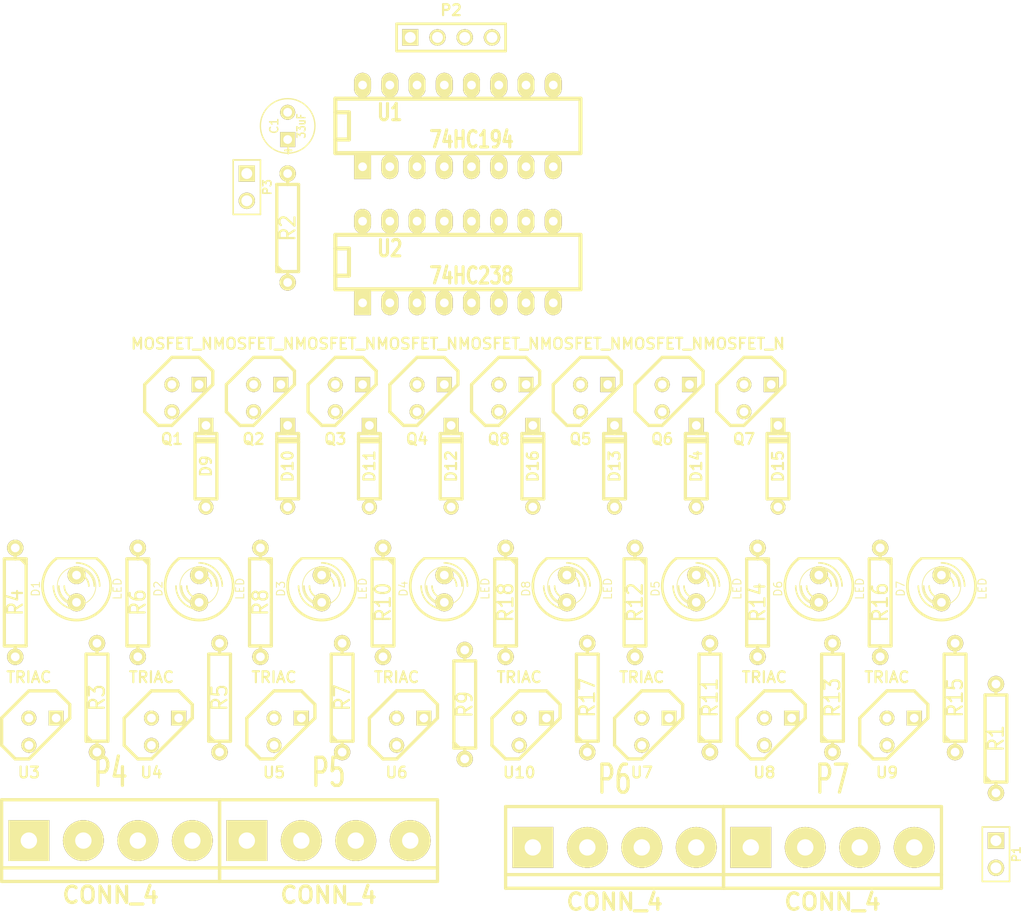
<source format=kicad_pcb>
(kicad_pcb (version 3) (host pcbnew "(2013-jul-07)-stable")

  (general
    (links 108)
    (no_connects 108)
    (area 173.352178 124.2314 269.3162 210.7184)
    (thickness 1.6)
    (drawings 0)
    (tracks 0)
    (zones 0)
    (modules 60)
    (nets 62)
  )

  (page A3)
  (layers
    (15 F.Cu signal)
    (0 B.Cu signal)
    (16 B.Adhes user)
    (17 F.Adhes user)
    (18 B.Paste user)
    (19 F.Paste user)
    (20 B.SilkS user)
    (21 F.SilkS user)
    (22 B.Mask user)
    (23 F.Mask user)
    (24 Dwgs.User user)
    (25 Cmts.User user)
    (26 Eco1.User user)
    (27 Eco2.User user)
    (28 Edge.Cuts user)
  )

  (setup
    (last_trace_width 0.254)
    (trace_clearance 0.254)
    (zone_clearance 0.508)
    (zone_45_only no)
    (trace_min 0.254)
    (segment_width 0.2)
    (edge_width 0.1)
    (via_size 0.889)
    (via_drill 0.635)
    (via_min_size 0.889)
    (via_min_drill 0.508)
    (uvia_size 0.508)
    (uvia_drill 0.127)
    (uvias_allowed no)
    (uvia_min_size 0.508)
    (uvia_min_drill 0.127)
    (pcb_text_width 0.3)
    (pcb_text_size 1.5 1.5)
    (mod_edge_width 0.15)
    (mod_text_size 1 1)
    (mod_text_width 0.15)
    (pad_size 1.5 1.5)
    (pad_drill 0.6)
    (pad_to_mask_clearance 0)
    (aux_axis_origin 0 0)
    (visible_elements FFFFFFBF)
    (pcbplotparams
      (layerselection 3178497)
      (usegerberextensions true)
      (excludeedgelayer true)
      (linewidth 0.150000)
      (plotframeref false)
      (viasonmask false)
      (mode 1)
      (useauxorigin false)
      (hpglpennumber 1)
      (hpglpenspeed 20)
      (hpglpendiameter 15)
      (hpglpenoverlay 2)
      (psnegative false)
      (psa4output false)
      (plotreference true)
      (plotvalue true)
      (plotothertext true)
      (plotinvisibletext false)
      (padsonsilk false)
      (subtractmaskfromsilk false)
      (outputformat 1)
      (mirror false)
      (drillshape 1)
      (scaleselection 1)
      (outputdirectory ""))
  )

  (net 0 "")
  (net 1 +5V)
  (net 2 /control/CE0)
  (net 3 /control/MISO)
  (net 4 /control/MOSI)
  (net 5 /control/SCLK)
  (net 6 /driver_1/CTL)
  (net 7 /driver_1/DRV_A)
  (net 8 /driver_1/DRV_B)
  (net 9 /driver_2/CTL)
  (net 10 /driver_2/DRV_B)
  (net 11 /driver_3/CTL)
  (net 12 /driver_3/DRV_B)
  (net 13 /driver_4/CTL)
  (net 14 /driver_4/DRV_B)
  (net 15 /driver_5/CTL)
  (net 16 /driver_5/DRV_B)
  (net 17 /driver_6/CTL)
  (net 18 /driver_6/DRV_B)
  (net 19 /driver_7/CTL)
  (net 20 /driver_7/DRV_B)
  (net 21 /driver_8/CTL)
  (net 22 /driver_8/DRV_B)
  (net 23 GND)
  (net 24 N-000001)
  (net 25 N-0000014)
  (net 26 N-0000031)
  (net 27 N-0000032)
  (net 28 N-0000033)
  (net 29 N-0000034)
  (net 30 N-0000035)
  (net 31 N-0000036)
  (net 32 N-0000037)
  (net 33 N-0000038)
  (net 34 N-0000039)
  (net 35 N-0000040)
  (net 36 N-0000041)
  (net 37 N-0000042)
  (net 38 N-0000043)
  (net 39 N-0000044)
  (net 40 N-0000045)
  (net 41 N-0000046)
  (net 42 N-0000047)
  (net 43 N-0000048)
  (net 44 N-0000049)
  (net 45 N-0000050)
  (net 46 N-0000051)
  (net 47 N-0000052)
  (net 48 N-0000053)
  (net 49 N-0000054)
  (net 50 N-0000055)
  (net 51 N-0000056)
  (net 52 N-0000057)
  (net 53 N-0000058)
  (net 54 N-0000059)
  (net 55 N-0000060)
  (net 56 N-0000061)
  (net 57 N-0000062)
  (net 58 N-0000063)
  (net 59 N-0000064)
  (net 60 N-0000065)
  (net 61 N-0000066)

  (net_class Default "This is the default net class."
    (clearance 0.254)
    (trace_width 0.254)
    (via_dia 0.889)
    (via_drill 0.635)
    (uvia_dia 0.508)
    (uvia_drill 0.127)
    (add_net "")
    (add_net +5V)
    (add_net /control/CE0)
    (add_net /control/MISO)
    (add_net /control/MOSI)
    (add_net /control/SCLK)
    (add_net /driver_1/CTL)
    (add_net /driver_1/DRV_A)
    (add_net /driver_1/DRV_B)
    (add_net /driver_2/CTL)
    (add_net /driver_2/DRV_B)
    (add_net /driver_3/CTL)
    (add_net /driver_3/DRV_B)
    (add_net /driver_4/CTL)
    (add_net /driver_4/DRV_B)
    (add_net /driver_5/CTL)
    (add_net /driver_5/DRV_B)
    (add_net /driver_6/CTL)
    (add_net /driver_6/DRV_B)
    (add_net /driver_7/CTL)
    (add_net /driver_7/DRV_B)
    (add_net /driver_8/CTL)
    (add_net /driver_8/DRV_B)
    (add_net GND)
    (add_net N-000001)
    (add_net N-0000014)
    (add_net N-0000031)
    (add_net N-0000032)
    (add_net N-0000033)
    (add_net N-0000034)
    (add_net N-0000035)
    (add_net N-0000036)
    (add_net N-0000037)
    (add_net N-0000038)
    (add_net N-0000039)
    (add_net N-0000040)
    (add_net N-0000041)
    (add_net N-0000042)
    (add_net N-0000043)
    (add_net N-0000044)
    (add_net N-0000045)
    (add_net N-0000046)
    (add_net N-0000047)
    (add_net N-0000048)
    (add_net N-0000049)
    (add_net N-0000050)
    (add_net N-0000051)
    (add_net N-0000052)
    (add_net N-0000053)
    (add_net N-0000054)
    (add_net N-0000055)
    (add_net N-0000056)
    (add_net N-0000057)
    (add_net N-0000058)
    (add_net N-0000059)
    (add_net N-0000060)
    (add_net N-0000061)
    (add_net N-0000062)
    (add_net N-0000063)
    (add_net N-0000064)
    (add_net N-0000065)
    (add_net N-0000066)
  )

  (module TO92DGS (layer F.Cu) (tedit 4469CFF0) (tstamp 5311C166)
    (at 221.615 161.29)
    (descr "Transistor TO92 brochage type BC237")
    (tags "TR TO92")
    (path /52C10EE7/52BF6749)
    (fp_text reference Q8 (at -1.27 3.81) (layer F.SilkS)
      (effects (font (size 1.016 1.016) (thickness 0.2032)))
    )
    (fp_text value MOSFET_N (at -1.27 -5.08) (layer F.SilkS)
      (effects (font (size 1.016 1.016) (thickness 0.2032)))
    )
    (fp_line (start -1.27 2.54) (end 2.54 -1.27) (layer F.SilkS) (width 0.3048))
    (fp_line (start 2.54 -1.27) (end 2.54 -2.54) (layer F.SilkS) (width 0.3048))
    (fp_line (start 2.54 -2.54) (end 1.27 -3.81) (layer F.SilkS) (width 0.3048))
    (fp_line (start 1.27 -3.81) (end -1.27 -3.81) (layer F.SilkS) (width 0.3048))
    (fp_line (start -1.27 -3.81) (end -3.81 -1.27) (layer F.SilkS) (width 0.3048))
    (fp_line (start -3.81 -1.27) (end -3.81 1.27) (layer F.SilkS) (width 0.3048))
    (fp_line (start -3.81 1.27) (end -2.54 2.54) (layer F.SilkS) (width 0.3048))
    (fp_line (start -2.54 2.54) (end -1.27 2.54) (layer F.SilkS) (width 0.3048))
    (pad D thru_hole rect (at 1.27 -1.27) (size 1.397 1.397) (drill 0.8128)
      (layers *.Cu *.Mask F.SilkS)
      (net 51 N-0000056)
    )
    (pad G thru_hole circle (at -1.27 -1.27) (size 1.397 1.397) (drill 0.8128)
      (layers *.Cu *.Mask F.SilkS)
      (net 15 /driver_5/CTL)
    )
    (pad S thru_hole circle (at -1.27 1.27) (size 1.397 1.397) (drill 0.8128)
      (layers *.Cu *.Mask F.SilkS)
      (net 23 GND)
    )
    (model discret/to98.wrl
      (at (xyz 0 0 0))
      (scale (xyz 1 1 1))
      (rotate (xyz 0 0 0))
    )
  )

  (module TO92DGS (layer F.Cu) (tedit 4469CFF0) (tstamp 5311C175)
    (at 244.475 161.29)
    (descr "Transistor TO92 brochage type BC237")
    (tags "TR TO92")
    (path /52C10EE8/52BF6749)
    (fp_text reference Q7 (at -1.27 3.81) (layer F.SilkS)
      (effects (font (size 1.016 1.016) (thickness 0.2032)))
    )
    (fp_text value MOSFET_N (at -1.27 -5.08) (layer F.SilkS)
      (effects (font (size 1.016 1.016) (thickness 0.2032)))
    )
    (fp_line (start -1.27 2.54) (end 2.54 -1.27) (layer F.SilkS) (width 0.3048))
    (fp_line (start 2.54 -1.27) (end 2.54 -2.54) (layer F.SilkS) (width 0.3048))
    (fp_line (start 2.54 -2.54) (end 1.27 -3.81) (layer F.SilkS) (width 0.3048))
    (fp_line (start 1.27 -3.81) (end -1.27 -3.81) (layer F.SilkS) (width 0.3048))
    (fp_line (start -1.27 -3.81) (end -3.81 -1.27) (layer F.SilkS) (width 0.3048))
    (fp_line (start -3.81 -1.27) (end -3.81 1.27) (layer F.SilkS) (width 0.3048))
    (fp_line (start -3.81 1.27) (end -2.54 2.54) (layer F.SilkS) (width 0.3048))
    (fp_line (start -2.54 2.54) (end -1.27 2.54) (layer F.SilkS) (width 0.3048))
    (pad D thru_hole rect (at 1.27 -1.27) (size 1.397 1.397) (drill 0.8128)
      (layers *.Cu *.Mask F.SilkS)
      (net 56 N-0000061)
    )
    (pad G thru_hole circle (at -1.27 -1.27) (size 1.397 1.397) (drill 0.8128)
      (layers *.Cu *.Mask F.SilkS)
      (net 21 /driver_8/CTL)
    )
    (pad S thru_hole circle (at -1.27 1.27) (size 1.397 1.397) (drill 0.8128)
      (layers *.Cu *.Mask F.SilkS)
      (net 23 GND)
    )
    (model discret/to98.wrl
      (at (xyz 0 0 0))
      (scale (xyz 1 1 1))
      (rotate (xyz 0 0 0))
    )
  )

  (module TO92DGS (layer F.Cu) (tedit 4469CFF0) (tstamp 5311C184)
    (at 236.855 161.29)
    (descr "Transistor TO92 brochage type BC237")
    (tags "TR TO92")
    (path /52C10EE9/52BF6749)
    (fp_text reference Q6 (at -1.27 3.81) (layer F.SilkS)
      (effects (font (size 1.016 1.016) (thickness 0.2032)))
    )
    (fp_text value MOSFET_N (at -1.27 -5.08) (layer F.SilkS)
      (effects (font (size 1.016 1.016) (thickness 0.2032)))
    )
    (fp_line (start -1.27 2.54) (end 2.54 -1.27) (layer F.SilkS) (width 0.3048))
    (fp_line (start 2.54 -1.27) (end 2.54 -2.54) (layer F.SilkS) (width 0.3048))
    (fp_line (start 2.54 -2.54) (end 1.27 -3.81) (layer F.SilkS) (width 0.3048))
    (fp_line (start 1.27 -3.81) (end -1.27 -3.81) (layer F.SilkS) (width 0.3048))
    (fp_line (start -1.27 -3.81) (end -3.81 -1.27) (layer F.SilkS) (width 0.3048))
    (fp_line (start -3.81 -1.27) (end -3.81 1.27) (layer F.SilkS) (width 0.3048))
    (fp_line (start -3.81 1.27) (end -2.54 2.54) (layer F.SilkS) (width 0.3048))
    (fp_line (start -2.54 2.54) (end -1.27 2.54) (layer F.SilkS) (width 0.3048))
    (pad D thru_hole rect (at 1.27 -1.27) (size 1.397 1.397) (drill 0.8128)
      (layers *.Cu *.Mask F.SilkS)
      (net 59 N-0000064)
    )
    (pad G thru_hole circle (at -1.27 -1.27) (size 1.397 1.397) (drill 0.8128)
      (layers *.Cu *.Mask F.SilkS)
      (net 19 /driver_7/CTL)
    )
    (pad S thru_hole circle (at -1.27 1.27) (size 1.397 1.397) (drill 0.8128)
      (layers *.Cu *.Mask F.SilkS)
      (net 23 GND)
    )
    (model discret/to98.wrl
      (at (xyz 0 0 0))
      (scale (xyz 1 1 1))
      (rotate (xyz 0 0 0))
    )
  )

  (module TO92DGS (layer F.Cu) (tedit 4469CFF0) (tstamp 5311C193)
    (at 229.235 161.29)
    (descr "Transistor TO92 brochage type BC237")
    (tags "TR TO92")
    (path /52BF98D7/52BF6749)
    (fp_text reference Q5 (at -1.27 3.81) (layer F.SilkS)
      (effects (font (size 1.016 1.016) (thickness 0.2032)))
    )
    (fp_text value MOSFET_N (at -1.27 -5.08) (layer F.SilkS)
      (effects (font (size 1.016 1.016) (thickness 0.2032)))
    )
    (fp_line (start -1.27 2.54) (end 2.54 -1.27) (layer F.SilkS) (width 0.3048))
    (fp_line (start 2.54 -1.27) (end 2.54 -2.54) (layer F.SilkS) (width 0.3048))
    (fp_line (start 2.54 -2.54) (end 1.27 -3.81) (layer F.SilkS) (width 0.3048))
    (fp_line (start 1.27 -3.81) (end -1.27 -3.81) (layer F.SilkS) (width 0.3048))
    (fp_line (start -1.27 -3.81) (end -3.81 -1.27) (layer F.SilkS) (width 0.3048))
    (fp_line (start -3.81 -1.27) (end -3.81 1.27) (layer F.SilkS) (width 0.3048))
    (fp_line (start -3.81 1.27) (end -2.54 2.54) (layer F.SilkS) (width 0.3048))
    (fp_line (start -2.54 2.54) (end -1.27 2.54) (layer F.SilkS) (width 0.3048))
    (pad D thru_hole rect (at 1.27 -1.27) (size 1.397 1.397) (drill 0.8128)
      (layers *.Cu *.Mask F.SilkS)
      (net 30 N-0000035)
    )
    (pad G thru_hole circle (at -1.27 -1.27) (size 1.397 1.397) (drill 0.8128)
      (layers *.Cu *.Mask F.SilkS)
      (net 17 /driver_6/CTL)
    )
    (pad S thru_hole circle (at -1.27 1.27) (size 1.397 1.397) (drill 0.8128)
      (layers *.Cu *.Mask F.SilkS)
      (net 23 GND)
    )
    (model discret/to98.wrl
      (at (xyz 0 0 0))
      (scale (xyz 1 1 1))
      (rotate (xyz 0 0 0))
    )
  )

  (module TO92DGS (layer F.Cu) (tedit 4469CFF0) (tstamp 5311C1A2)
    (at 213.995 161.29)
    (descr "Transistor TO92 brochage type BC237")
    (tags "TR TO92")
    (path /52C10EE5/52BF6749)
    (fp_text reference Q4 (at -1.27 3.81) (layer F.SilkS)
      (effects (font (size 1.016 1.016) (thickness 0.2032)))
    )
    (fp_text value MOSFET_N (at -1.27 -5.08) (layer F.SilkS)
      (effects (font (size 1.016 1.016) (thickness 0.2032)))
    )
    (fp_line (start -1.27 2.54) (end 2.54 -1.27) (layer F.SilkS) (width 0.3048))
    (fp_line (start 2.54 -1.27) (end 2.54 -2.54) (layer F.SilkS) (width 0.3048))
    (fp_line (start 2.54 -2.54) (end 1.27 -3.81) (layer F.SilkS) (width 0.3048))
    (fp_line (start 1.27 -3.81) (end -1.27 -3.81) (layer F.SilkS) (width 0.3048))
    (fp_line (start -1.27 -3.81) (end -3.81 -1.27) (layer F.SilkS) (width 0.3048))
    (fp_line (start -3.81 -1.27) (end -3.81 1.27) (layer F.SilkS) (width 0.3048))
    (fp_line (start -3.81 1.27) (end -2.54 2.54) (layer F.SilkS) (width 0.3048))
    (fp_line (start -2.54 2.54) (end -1.27 2.54) (layer F.SilkS) (width 0.3048))
    (pad D thru_hole rect (at 1.27 -1.27) (size 1.397 1.397) (drill 0.8128)
      (layers *.Cu *.Mask F.SilkS)
      (net 44 N-0000049)
    )
    (pad G thru_hole circle (at -1.27 -1.27) (size 1.397 1.397) (drill 0.8128)
      (layers *.Cu *.Mask F.SilkS)
      (net 13 /driver_4/CTL)
    )
    (pad S thru_hole circle (at -1.27 1.27) (size 1.397 1.397) (drill 0.8128)
      (layers *.Cu *.Mask F.SilkS)
      (net 23 GND)
    )
    (model discret/to98.wrl
      (at (xyz 0 0 0))
      (scale (xyz 1 1 1))
      (rotate (xyz 0 0 0))
    )
  )

  (module TO92DGS (layer F.Cu) (tedit 4469CFF0) (tstamp 5311C1B1)
    (at 206.375 161.29)
    (descr "Transistor TO92 brochage type BC237")
    (tags "TR TO92")
    (path /52C0B96C/52BF6749)
    (fp_text reference Q3 (at -1.27 3.81) (layer F.SilkS)
      (effects (font (size 1.016 1.016) (thickness 0.2032)))
    )
    (fp_text value MOSFET_N (at -1.27 -5.08) (layer F.SilkS)
      (effects (font (size 1.016 1.016) (thickness 0.2032)))
    )
    (fp_line (start -1.27 2.54) (end 2.54 -1.27) (layer F.SilkS) (width 0.3048))
    (fp_line (start 2.54 -1.27) (end 2.54 -2.54) (layer F.SilkS) (width 0.3048))
    (fp_line (start 2.54 -2.54) (end 1.27 -3.81) (layer F.SilkS) (width 0.3048))
    (fp_line (start 1.27 -3.81) (end -1.27 -3.81) (layer F.SilkS) (width 0.3048))
    (fp_line (start -1.27 -3.81) (end -3.81 -1.27) (layer F.SilkS) (width 0.3048))
    (fp_line (start -3.81 -1.27) (end -3.81 1.27) (layer F.SilkS) (width 0.3048))
    (fp_line (start -3.81 1.27) (end -2.54 2.54) (layer F.SilkS) (width 0.3048))
    (fp_line (start -2.54 2.54) (end -1.27 2.54) (layer F.SilkS) (width 0.3048))
    (pad D thru_hole rect (at 1.27 -1.27) (size 1.397 1.397) (drill 0.8128)
      (layers *.Cu *.Mask F.SilkS)
      (net 38 N-0000043)
    )
    (pad G thru_hole circle (at -1.27 -1.27) (size 1.397 1.397) (drill 0.8128)
      (layers *.Cu *.Mask F.SilkS)
      (net 11 /driver_3/CTL)
    )
    (pad S thru_hole circle (at -1.27 1.27) (size 1.397 1.397) (drill 0.8128)
      (layers *.Cu *.Mask F.SilkS)
      (net 23 GND)
    )
    (model discret/to98.wrl
      (at (xyz 0 0 0))
      (scale (xyz 1 1 1))
      (rotate (xyz 0 0 0))
    )
  )

  (module TO92DGS (layer F.Cu) (tedit 4469CFF0) (tstamp 5311C1C0)
    (at 191.135 161.29)
    (descr "Transistor TO92 brochage type BC237")
    (tags "TR TO92")
    (path /52C10EE6/52BF6749)
    (fp_text reference Q1 (at -1.27 3.81) (layer F.SilkS)
      (effects (font (size 1.016 1.016) (thickness 0.2032)))
    )
    (fp_text value MOSFET_N (at -1.27 -5.08) (layer F.SilkS)
      (effects (font (size 1.016 1.016) (thickness 0.2032)))
    )
    (fp_line (start -1.27 2.54) (end 2.54 -1.27) (layer F.SilkS) (width 0.3048))
    (fp_line (start 2.54 -1.27) (end 2.54 -2.54) (layer F.SilkS) (width 0.3048))
    (fp_line (start 2.54 -2.54) (end 1.27 -3.81) (layer F.SilkS) (width 0.3048))
    (fp_line (start 1.27 -3.81) (end -1.27 -3.81) (layer F.SilkS) (width 0.3048))
    (fp_line (start -1.27 -3.81) (end -3.81 -1.27) (layer F.SilkS) (width 0.3048))
    (fp_line (start -3.81 -1.27) (end -3.81 1.27) (layer F.SilkS) (width 0.3048))
    (fp_line (start -3.81 1.27) (end -2.54 2.54) (layer F.SilkS) (width 0.3048))
    (fp_line (start -2.54 2.54) (end -1.27 2.54) (layer F.SilkS) (width 0.3048))
    (pad D thru_hole rect (at 1.27 -1.27) (size 1.397 1.397) (drill 0.8128)
      (layers *.Cu *.Mask F.SilkS)
      (net 47 N-0000052)
    )
    (pad G thru_hole circle (at -1.27 -1.27) (size 1.397 1.397) (drill 0.8128)
      (layers *.Cu *.Mask F.SilkS)
      (net 6 /driver_1/CTL)
    )
    (pad S thru_hole circle (at -1.27 1.27) (size 1.397 1.397) (drill 0.8128)
      (layers *.Cu *.Mask F.SilkS)
      (net 23 GND)
    )
    (model discret/to98.wrl
      (at (xyz 0 0 0))
      (scale (xyz 1 1 1))
      (rotate (xyz 0 0 0))
    )
  )

  (module TO92DGS (layer F.Cu) (tedit 4469CFF0) (tstamp 5311C1CF)
    (at 198.755 161.29)
    (descr "Transistor TO92 brochage type BC237")
    (tags "TR TO92")
    (path /52C0B96B/52BF6749)
    (fp_text reference Q2 (at -1.27 3.81) (layer F.SilkS)
      (effects (font (size 1.016 1.016) (thickness 0.2032)))
    )
    (fp_text value MOSFET_N (at -1.27 -5.08) (layer F.SilkS)
      (effects (font (size 1.016 1.016) (thickness 0.2032)))
    )
    (fp_line (start -1.27 2.54) (end 2.54 -1.27) (layer F.SilkS) (width 0.3048))
    (fp_line (start 2.54 -1.27) (end 2.54 -2.54) (layer F.SilkS) (width 0.3048))
    (fp_line (start 2.54 -2.54) (end 1.27 -3.81) (layer F.SilkS) (width 0.3048))
    (fp_line (start 1.27 -3.81) (end -1.27 -3.81) (layer F.SilkS) (width 0.3048))
    (fp_line (start -1.27 -3.81) (end -3.81 -1.27) (layer F.SilkS) (width 0.3048))
    (fp_line (start -3.81 -1.27) (end -3.81 1.27) (layer F.SilkS) (width 0.3048))
    (fp_line (start -3.81 1.27) (end -2.54 2.54) (layer F.SilkS) (width 0.3048))
    (fp_line (start -2.54 2.54) (end -1.27 2.54) (layer F.SilkS) (width 0.3048))
    (pad D thru_hole rect (at 1.27 -1.27) (size 1.397 1.397) (drill 0.8128)
      (layers *.Cu *.Mask F.SilkS)
      (net 37 N-0000042)
    )
    (pad G thru_hole circle (at -1.27 -1.27) (size 1.397 1.397) (drill 0.8128)
      (layers *.Cu *.Mask F.SilkS)
      (net 9 /driver_2/CTL)
    )
    (pad S thru_hole circle (at -1.27 1.27) (size 1.397 1.397) (drill 0.8128)
      (layers *.Cu *.Mask F.SilkS)
      (net 23 GND)
    )
    (model discret/to98.wrl
      (at (xyz 0 0 0))
      (scale (xyz 1 1 1))
      (rotate (xyz 0 0 0))
    )
  )

  (module TO92-132 (layer F.Cu) (tedit 5311BFCB) (tstamp 5311C1DE)
    (at 200.66 192.405)
    (descr "Transistor TO92 brochage type BC237")
    (tags "TR TO92")
    (path /52C0B96C/52BF68B3)
    (fp_text reference U5 (at -1.27 3.81) (layer F.SilkS)
      (effects (font (size 1.016 1.016) (thickness 0.2032)))
    )
    (fp_text value TRIAC (at -1.27 -5.08) (layer F.SilkS)
      (effects (font (size 1.016 1.016) (thickness 0.2032)))
    )
    (fp_line (start -1.27 2.54) (end 2.54 -1.27) (layer F.SilkS) (width 0.3048))
    (fp_line (start 2.54 -1.27) (end 2.54 -2.54) (layer F.SilkS) (width 0.3048))
    (fp_line (start 2.54 -2.54) (end 1.27 -3.81) (layer F.SilkS) (width 0.3048))
    (fp_line (start 1.27 -3.81) (end -1.27 -3.81) (layer F.SilkS) (width 0.3048))
    (fp_line (start -1.27 -3.81) (end -3.81 -1.27) (layer F.SilkS) (width 0.3048))
    (fp_line (start -3.81 -1.27) (end -3.81 1.27) (layer F.SilkS) (width 0.3048))
    (fp_line (start -3.81 1.27) (end -2.54 2.54) (layer F.SilkS) (width 0.3048))
    (fp_line (start -2.54 2.54) (end -1.27 2.54) (layer F.SilkS) (width 0.3048))
    (pad 1 thru_hole rect (at 1.27 -1.27) (size 1.397 1.397) (drill 0.8128)
      (layers *.Cu *.Mask F.SilkS)
      (net 12 /driver_3/DRV_B)
    )
    (pad 3 thru_hole circle (at -1.27 -1.27) (size 1.397 1.397) (drill 0.8128)
      (layers *.Cu *.Mask F.SilkS)
      (net 39 N-0000044)
    )
    (pad 2 thru_hole circle (at -1.27 1.27) (size 1.397 1.397) (drill 0.8128)
      (layers *.Cu *.Mask F.SilkS)
      (net 7 /driver_1/DRV_A)
    )
    (model discret/to98.wrl
      (at (xyz 0 0 0))
      (scale (xyz 1 1 1))
      (rotate (xyz 0 0 0))
    )
  )

  (module TO92-132 (layer F.Cu) (tedit 5311BFCB) (tstamp 5311C1ED)
    (at 223.52 192.405)
    (descr "Transistor TO92 brochage type BC237")
    (tags "TR TO92")
    (path /52C10EE7/52BF68B3)
    (fp_text reference U10 (at -1.27 3.81) (layer F.SilkS)
      (effects (font (size 1.016 1.016) (thickness 0.2032)))
    )
    (fp_text value TRIAC (at -1.27 -5.08) (layer F.SilkS)
      (effects (font (size 1.016 1.016) (thickness 0.2032)))
    )
    (fp_line (start -1.27 2.54) (end 2.54 -1.27) (layer F.SilkS) (width 0.3048))
    (fp_line (start 2.54 -1.27) (end 2.54 -2.54) (layer F.SilkS) (width 0.3048))
    (fp_line (start 2.54 -2.54) (end 1.27 -3.81) (layer F.SilkS) (width 0.3048))
    (fp_line (start 1.27 -3.81) (end -1.27 -3.81) (layer F.SilkS) (width 0.3048))
    (fp_line (start -1.27 -3.81) (end -3.81 -1.27) (layer F.SilkS) (width 0.3048))
    (fp_line (start -3.81 -1.27) (end -3.81 1.27) (layer F.SilkS) (width 0.3048))
    (fp_line (start -3.81 1.27) (end -2.54 2.54) (layer F.SilkS) (width 0.3048))
    (fp_line (start -2.54 2.54) (end -1.27 2.54) (layer F.SilkS) (width 0.3048))
    (pad 1 thru_hole rect (at 1.27 -1.27) (size 1.397 1.397) (drill 0.8128)
      (layers *.Cu *.Mask F.SilkS)
      (net 16 /driver_5/DRV_B)
    )
    (pad 3 thru_hole circle (at -1.27 -1.27) (size 1.397 1.397) (drill 0.8128)
      (layers *.Cu *.Mask F.SilkS)
      (net 53 N-0000058)
    )
    (pad 2 thru_hole circle (at -1.27 1.27) (size 1.397 1.397) (drill 0.8128)
      (layers *.Cu *.Mask F.SilkS)
      (net 7 /driver_1/DRV_A)
    )
    (model discret/to98.wrl
      (at (xyz 0 0 0))
      (scale (xyz 1 1 1))
      (rotate (xyz 0 0 0))
    )
  )

  (module TO92-132 (layer F.Cu) (tedit 5311BFCB) (tstamp 5311C1FC)
    (at 257.81 192.405)
    (descr "Transistor TO92 brochage type BC237")
    (tags "TR TO92")
    (path /52C10EE8/52BF68B3)
    (fp_text reference U9 (at -1.27 3.81) (layer F.SilkS)
      (effects (font (size 1.016 1.016) (thickness 0.2032)))
    )
    (fp_text value TRIAC (at -1.27 -5.08) (layer F.SilkS)
      (effects (font (size 1.016 1.016) (thickness 0.2032)))
    )
    (fp_line (start -1.27 2.54) (end 2.54 -1.27) (layer F.SilkS) (width 0.3048))
    (fp_line (start 2.54 -1.27) (end 2.54 -2.54) (layer F.SilkS) (width 0.3048))
    (fp_line (start 2.54 -2.54) (end 1.27 -3.81) (layer F.SilkS) (width 0.3048))
    (fp_line (start 1.27 -3.81) (end -1.27 -3.81) (layer F.SilkS) (width 0.3048))
    (fp_line (start -1.27 -3.81) (end -3.81 -1.27) (layer F.SilkS) (width 0.3048))
    (fp_line (start -3.81 -1.27) (end -3.81 1.27) (layer F.SilkS) (width 0.3048))
    (fp_line (start -3.81 1.27) (end -2.54 2.54) (layer F.SilkS) (width 0.3048))
    (fp_line (start -2.54 2.54) (end -1.27 2.54) (layer F.SilkS) (width 0.3048))
    (pad 1 thru_hole rect (at 1.27 -1.27) (size 1.397 1.397) (drill 0.8128)
      (layers *.Cu *.Mask F.SilkS)
      (net 22 /driver_8/DRV_B)
    )
    (pad 3 thru_hole circle (at -1.27 -1.27) (size 1.397 1.397) (drill 0.8128)
      (layers *.Cu *.Mask F.SilkS)
      (net 54 N-0000059)
    )
    (pad 2 thru_hole circle (at -1.27 1.27) (size 1.397 1.397) (drill 0.8128)
      (layers *.Cu *.Mask F.SilkS)
      (net 7 /driver_1/DRV_A)
    )
    (model discret/to98.wrl
      (at (xyz 0 0 0))
      (scale (xyz 1 1 1))
      (rotate (xyz 0 0 0))
    )
  )

  (module TO92-132 (layer F.Cu) (tedit 5311BFCB) (tstamp 5311C20B)
    (at 246.38 192.405)
    (descr "Transistor TO92 brochage type BC237")
    (tags "TR TO92")
    (path /52C10EE9/52BF68B3)
    (fp_text reference U8 (at -1.27 3.81) (layer F.SilkS)
      (effects (font (size 1.016 1.016) (thickness 0.2032)))
    )
    (fp_text value TRIAC (at -1.27 -5.08) (layer F.SilkS)
      (effects (font (size 1.016 1.016) (thickness 0.2032)))
    )
    (fp_line (start -1.27 2.54) (end 2.54 -1.27) (layer F.SilkS) (width 0.3048))
    (fp_line (start 2.54 -1.27) (end 2.54 -2.54) (layer F.SilkS) (width 0.3048))
    (fp_line (start 2.54 -2.54) (end 1.27 -3.81) (layer F.SilkS) (width 0.3048))
    (fp_line (start 1.27 -3.81) (end -1.27 -3.81) (layer F.SilkS) (width 0.3048))
    (fp_line (start -1.27 -3.81) (end -3.81 -1.27) (layer F.SilkS) (width 0.3048))
    (fp_line (start -3.81 -1.27) (end -3.81 1.27) (layer F.SilkS) (width 0.3048))
    (fp_line (start -3.81 1.27) (end -2.54 2.54) (layer F.SilkS) (width 0.3048))
    (fp_line (start -2.54 2.54) (end -1.27 2.54) (layer F.SilkS) (width 0.3048))
    (pad 1 thru_hole rect (at 1.27 -1.27) (size 1.397 1.397) (drill 0.8128)
      (layers *.Cu *.Mask F.SilkS)
      (net 20 /driver_7/DRV_B)
    )
    (pad 3 thru_hole circle (at -1.27 -1.27) (size 1.397 1.397) (drill 0.8128)
      (layers *.Cu *.Mask F.SilkS)
      (net 61 N-0000066)
    )
    (pad 2 thru_hole circle (at -1.27 1.27) (size 1.397 1.397) (drill 0.8128)
      (layers *.Cu *.Mask F.SilkS)
      (net 7 /driver_1/DRV_A)
    )
    (model discret/to98.wrl
      (at (xyz 0 0 0))
      (scale (xyz 1 1 1))
      (rotate (xyz 0 0 0))
    )
  )

  (module TO92-132 (layer F.Cu) (tedit 5311BFCB) (tstamp 5311C21A)
    (at 234.95 192.405)
    (descr "Transistor TO92 brochage type BC237")
    (tags "TR TO92")
    (path /52BF98D7/52BF68B3)
    (fp_text reference U7 (at -1.27 3.81) (layer F.SilkS)
      (effects (font (size 1.016 1.016) (thickness 0.2032)))
    )
    (fp_text value TRIAC (at -1.27 -5.08) (layer F.SilkS)
      (effects (font (size 1.016 1.016) (thickness 0.2032)))
    )
    (fp_line (start -1.27 2.54) (end 2.54 -1.27) (layer F.SilkS) (width 0.3048))
    (fp_line (start 2.54 -1.27) (end 2.54 -2.54) (layer F.SilkS) (width 0.3048))
    (fp_line (start 2.54 -2.54) (end 1.27 -3.81) (layer F.SilkS) (width 0.3048))
    (fp_line (start 1.27 -3.81) (end -1.27 -3.81) (layer F.SilkS) (width 0.3048))
    (fp_line (start -1.27 -3.81) (end -3.81 -1.27) (layer F.SilkS) (width 0.3048))
    (fp_line (start -3.81 -1.27) (end -3.81 1.27) (layer F.SilkS) (width 0.3048))
    (fp_line (start -3.81 1.27) (end -2.54 2.54) (layer F.SilkS) (width 0.3048))
    (fp_line (start -2.54 2.54) (end -1.27 2.54) (layer F.SilkS) (width 0.3048))
    (pad 1 thru_hole rect (at 1.27 -1.27) (size 1.397 1.397) (drill 0.8128)
      (layers *.Cu *.Mask F.SilkS)
      (net 18 /driver_6/DRV_B)
    )
    (pad 3 thru_hole circle (at -1.27 -1.27) (size 1.397 1.397) (drill 0.8128)
      (layers *.Cu *.Mask F.SilkS)
      (net 33 N-0000038)
    )
    (pad 2 thru_hole circle (at -1.27 1.27) (size 1.397 1.397) (drill 0.8128)
      (layers *.Cu *.Mask F.SilkS)
      (net 7 /driver_1/DRV_A)
    )
    (model discret/to98.wrl
      (at (xyz 0 0 0))
      (scale (xyz 1 1 1))
      (rotate (xyz 0 0 0))
    )
  )

  (module TO92-132 (layer F.Cu) (tedit 5311BFCB) (tstamp 5311C229)
    (at 212.09 192.405)
    (descr "Transistor TO92 brochage type BC237")
    (tags "TR TO92")
    (path /52C10EE5/52BF68B3)
    (fp_text reference U6 (at -1.27 3.81) (layer F.SilkS)
      (effects (font (size 1.016 1.016) (thickness 0.2032)))
    )
    (fp_text value TRIAC (at -1.27 -5.08) (layer F.SilkS)
      (effects (font (size 1.016 1.016) (thickness 0.2032)))
    )
    (fp_line (start -1.27 2.54) (end 2.54 -1.27) (layer F.SilkS) (width 0.3048))
    (fp_line (start 2.54 -1.27) (end 2.54 -2.54) (layer F.SilkS) (width 0.3048))
    (fp_line (start 2.54 -2.54) (end 1.27 -3.81) (layer F.SilkS) (width 0.3048))
    (fp_line (start 1.27 -3.81) (end -1.27 -3.81) (layer F.SilkS) (width 0.3048))
    (fp_line (start -1.27 -3.81) (end -3.81 -1.27) (layer F.SilkS) (width 0.3048))
    (fp_line (start -3.81 -1.27) (end -3.81 1.27) (layer F.SilkS) (width 0.3048))
    (fp_line (start -3.81 1.27) (end -2.54 2.54) (layer F.SilkS) (width 0.3048))
    (fp_line (start -2.54 2.54) (end -1.27 2.54) (layer F.SilkS) (width 0.3048))
    (pad 1 thru_hole rect (at 1.27 -1.27) (size 1.397 1.397) (drill 0.8128)
      (layers *.Cu *.Mask F.SilkS)
      (net 14 /driver_4/DRV_B)
    )
    (pad 3 thru_hole circle (at -1.27 -1.27) (size 1.397 1.397) (drill 0.8128)
      (layers *.Cu *.Mask F.SilkS)
      (net 43 N-0000048)
    )
    (pad 2 thru_hole circle (at -1.27 1.27) (size 1.397 1.397) (drill 0.8128)
      (layers *.Cu *.Mask F.SilkS)
      (net 7 /driver_1/DRV_A)
    )
    (model discret/to98.wrl
      (at (xyz 0 0 0))
      (scale (xyz 1 1 1))
      (rotate (xyz 0 0 0))
    )
  )

  (module TO92-132 (layer F.Cu) (tedit 5311BFCB) (tstamp 5311C238)
    (at 189.23 192.405)
    (descr "Transistor TO92 brochage type BC237")
    (tags "TR TO92")
    (path /52C0B96B/52BF68B3)
    (fp_text reference U4 (at -1.27 3.81) (layer F.SilkS)
      (effects (font (size 1.016 1.016) (thickness 0.2032)))
    )
    (fp_text value TRIAC (at -1.27 -5.08) (layer F.SilkS)
      (effects (font (size 1.016 1.016) (thickness 0.2032)))
    )
    (fp_line (start -1.27 2.54) (end 2.54 -1.27) (layer F.SilkS) (width 0.3048))
    (fp_line (start 2.54 -1.27) (end 2.54 -2.54) (layer F.SilkS) (width 0.3048))
    (fp_line (start 2.54 -2.54) (end 1.27 -3.81) (layer F.SilkS) (width 0.3048))
    (fp_line (start 1.27 -3.81) (end -1.27 -3.81) (layer F.SilkS) (width 0.3048))
    (fp_line (start -1.27 -3.81) (end -3.81 -1.27) (layer F.SilkS) (width 0.3048))
    (fp_line (start -3.81 -1.27) (end -3.81 1.27) (layer F.SilkS) (width 0.3048))
    (fp_line (start -3.81 1.27) (end -2.54 2.54) (layer F.SilkS) (width 0.3048))
    (fp_line (start -2.54 2.54) (end -1.27 2.54) (layer F.SilkS) (width 0.3048))
    (pad 1 thru_hole rect (at 1.27 -1.27) (size 1.397 1.397) (drill 0.8128)
      (layers *.Cu *.Mask F.SilkS)
      (net 10 /driver_2/DRV_B)
    )
    (pad 3 thru_hole circle (at -1.27 -1.27) (size 1.397 1.397) (drill 0.8128)
      (layers *.Cu *.Mask F.SilkS)
      (net 34 N-0000039)
    )
    (pad 2 thru_hole circle (at -1.27 1.27) (size 1.397 1.397) (drill 0.8128)
      (layers *.Cu *.Mask F.SilkS)
      (net 7 /driver_1/DRV_A)
    )
    (model discret/to98.wrl
      (at (xyz 0 0 0))
      (scale (xyz 1 1 1))
      (rotate (xyz 0 0 0))
    )
  )

  (module TO92-132 (layer F.Cu) (tedit 5311BFCB) (tstamp 5311C247)
    (at 177.8 192.405)
    (descr "Transistor TO92 brochage type BC237")
    (tags "TR TO92")
    (path /52C10EE6/52BF68B3)
    (fp_text reference U3 (at -1.27 3.81) (layer F.SilkS)
      (effects (font (size 1.016 1.016) (thickness 0.2032)))
    )
    (fp_text value TRIAC (at -1.27 -5.08) (layer F.SilkS)
      (effects (font (size 1.016 1.016) (thickness 0.2032)))
    )
    (fp_line (start -1.27 2.54) (end 2.54 -1.27) (layer F.SilkS) (width 0.3048))
    (fp_line (start 2.54 -1.27) (end 2.54 -2.54) (layer F.SilkS) (width 0.3048))
    (fp_line (start 2.54 -2.54) (end 1.27 -3.81) (layer F.SilkS) (width 0.3048))
    (fp_line (start 1.27 -3.81) (end -1.27 -3.81) (layer F.SilkS) (width 0.3048))
    (fp_line (start -1.27 -3.81) (end -3.81 -1.27) (layer F.SilkS) (width 0.3048))
    (fp_line (start -3.81 -1.27) (end -3.81 1.27) (layer F.SilkS) (width 0.3048))
    (fp_line (start -3.81 1.27) (end -2.54 2.54) (layer F.SilkS) (width 0.3048))
    (fp_line (start -2.54 2.54) (end -1.27 2.54) (layer F.SilkS) (width 0.3048))
    (pad 1 thru_hole rect (at 1.27 -1.27) (size 1.397 1.397) (drill 0.8128)
      (layers *.Cu *.Mask F.SilkS)
      (net 8 /driver_1/DRV_B)
    )
    (pad 3 thru_hole circle (at -1.27 -1.27) (size 1.397 1.397) (drill 0.8128)
      (layers *.Cu *.Mask F.SilkS)
      (net 49 N-0000054)
    )
    (pad 2 thru_hole circle (at -1.27 1.27) (size 1.397 1.397) (drill 0.8128)
      (layers *.Cu *.Mask F.SilkS)
      (net 7 /driver_1/DRV_A)
    )
    (model discret/to98.wrl
      (at (xyz 0 0 0))
      (scale (xyz 1 1 1))
      (rotate (xyz 0 0 0))
    )
  )

  (module R4 (layer F.Cu) (tedit 200000) (tstamp 5311C255)
    (at 240.03 189.23 90)
    (descr "Resitance 4 pas")
    (tags R)
    (path /52BF98D7/52BF678A)
    (autoplace_cost180 10)
    (fp_text reference R11 (at 0 0 90) (layer F.SilkS)
      (effects (font (size 1.397 1.27) (thickness 0.2032)))
    )
    (fp_text value 330 (at 0 0 90) (layer F.SilkS) hide
      (effects (font (size 1.397 1.27) (thickness 0.2032)))
    )
    (fp_line (start -5.08 0) (end -4.064 0) (layer F.SilkS) (width 0.3048))
    (fp_line (start -4.064 0) (end -4.064 -1.016) (layer F.SilkS) (width 0.3048))
    (fp_line (start -4.064 -1.016) (end 4.064 -1.016) (layer F.SilkS) (width 0.3048))
    (fp_line (start 4.064 -1.016) (end 4.064 1.016) (layer F.SilkS) (width 0.3048))
    (fp_line (start 4.064 1.016) (end -4.064 1.016) (layer F.SilkS) (width 0.3048))
    (fp_line (start -4.064 1.016) (end -4.064 0) (layer F.SilkS) (width 0.3048))
    (fp_line (start -4.064 -0.508) (end -3.556 -1.016) (layer F.SilkS) (width 0.3048))
    (fp_line (start 5.08 0) (end 4.064 0) (layer F.SilkS) (width 0.3048))
    (pad 1 thru_hole circle (at -5.08 0 90) (size 1.524 1.524) (drill 0.8128)
      (layers *.Cu *.Mask F.SilkS)
      (net 1 +5V)
    )
    (pad 2 thru_hole circle (at 5.08 0 90) (size 1.524 1.524) (drill 0.8128)
      (layers *.Cu *.Mask F.SilkS)
      (net 31 N-0000036)
    )
    (model discret/resistor.wrl
      (at (xyz 0 0 0))
      (scale (xyz 0.4 0.4 0.4))
      (rotate (xyz 0 0 0))
    )
  )

  (module R4 (layer F.Cu) (tedit 200000) (tstamp 5311C263)
    (at 266.7 193.04 90)
    (descr "Resitance 4 pas")
    (tags R)
    (path /52C0C8A4)
    (autoplace_cost180 10)
    (fp_text reference R1 (at 0 0 90) (layer F.SilkS)
      (effects (font (size 1.397 1.27) (thickness 0.2032)))
    )
    (fp_text value 10 (at 0 0 90) (layer F.SilkS) hide
      (effects (font (size 1.397 1.27) (thickness 0.2032)))
    )
    (fp_line (start -5.08 0) (end -4.064 0) (layer F.SilkS) (width 0.3048))
    (fp_line (start -4.064 0) (end -4.064 -1.016) (layer F.SilkS) (width 0.3048))
    (fp_line (start -4.064 -1.016) (end 4.064 -1.016) (layer F.SilkS) (width 0.3048))
    (fp_line (start 4.064 -1.016) (end 4.064 1.016) (layer F.SilkS) (width 0.3048))
    (fp_line (start 4.064 1.016) (end -4.064 1.016) (layer F.SilkS) (width 0.3048))
    (fp_line (start -4.064 1.016) (end -4.064 0) (layer F.SilkS) (width 0.3048))
    (fp_line (start -4.064 -0.508) (end -3.556 -1.016) (layer F.SilkS) (width 0.3048))
    (fp_line (start 5.08 0) (end 4.064 0) (layer F.SilkS) (width 0.3048))
    (pad 1 thru_hole circle (at -5.08 0 90) (size 1.524 1.524) (drill 0.8128)
      (layers *.Cu *.Mask F.SilkS)
      (net 24 N-000001)
    )
    (pad 2 thru_hole circle (at 5.08 0 90) (size 1.524 1.524) (drill 0.8128)
      (layers *.Cu *.Mask F.SilkS)
      (net 7 /driver_1/DRV_A)
    )
    (model discret/resistor.wrl
      (at (xyz 0 0 0))
      (scale (xyz 0.4 0.4 0.4))
      (rotate (xyz 0 0 0))
    )
  )

  (module R4 (layer F.Cu) (tedit 200000) (tstamp 5311C271)
    (at 220.98 180.34 270)
    (descr "Resitance 4 pas")
    (tags R)
    (path /52C10EE7/5311CBE3)
    (autoplace_cost180 10)
    (fp_text reference R18 (at 0 0 270) (layer F.SilkS)
      (effects (font (size 1.397 1.27) (thickness 0.2032)))
    )
    (fp_text value 1k (at 0 0 270) (layer F.SilkS) hide
      (effects (font (size 1.397 1.27) (thickness 0.2032)))
    )
    (fp_line (start -5.08 0) (end -4.064 0) (layer F.SilkS) (width 0.3048))
    (fp_line (start -4.064 0) (end -4.064 -1.016) (layer F.SilkS) (width 0.3048))
    (fp_line (start -4.064 -1.016) (end 4.064 -1.016) (layer F.SilkS) (width 0.3048))
    (fp_line (start 4.064 -1.016) (end 4.064 1.016) (layer F.SilkS) (width 0.3048))
    (fp_line (start 4.064 1.016) (end -4.064 1.016) (layer F.SilkS) (width 0.3048))
    (fp_line (start -4.064 1.016) (end -4.064 0) (layer F.SilkS) (width 0.3048))
    (fp_line (start -4.064 -0.508) (end -3.556 -1.016) (layer F.SilkS) (width 0.3048))
    (fp_line (start 5.08 0) (end 4.064 0) (layer F.SilkS) (width 0.3048))
    (pad 1 thru_hole circle (at -5.08 0 270) (size 1.524 1.524) (drill 0.8128)
      (layers *.Cu *.Mask F.SilkS)
      (net 52 N-0000057)
    )
    (pad 2 thru_hole circle (at 5.08 0 270) (size 1.524 1.524) (drill 0.8128)
      (layers *.Cu *.Mask F.SilkS)
      (net 53 N-0000058)
    )
    (model discret/resistor.wrl
      (at (xyz 0 0 0))
      (scale (xyz 0.4 0.4 0.4))
      (rotate (xyz 0 0 0))
    )
  )

  (module R4 (layer F.Cu) (tedit 200000) (tstamp 5311C27F)
    (at 228.6 189.23 90)
    (descr "Resitance 4 pas")
    (tags R)
    (path /52C10EE7/52BF678A)
    (autoplace_cost180 10)
    (fp_text reference R17 (at 0 0 90) (layer F.SilkS)
      (effects (font (size 1.397 1.27) (thickness 0.2032)))
    )
    (fp_text value 330 (at 0 0 90) (layer F.SilkS) hide
      (effects (font (size 1.397 1.27) (thickness 0.2032)))
    )
    (fp_line (start -5.08 0) (end -4.064 0) (layer F.SilkS) (width 0.3048))
    (fp_line (start -4.064 0) (end -4.064 -1.016) (layer F.SilkS) (width 0.3048))
    (fp_line (start -4.064 -1.016) (end 4.064 -1.016) (layer F.SilkS) (width 0.3048))
    (fp_line (start 4.064 -1.016) (end 4.064 1.016) (layer F.SilkS) (width 0.3048))
    (fp_line (start 4.064 1.016) (end -4.064 1.016) (layer F.SilkS) (width 0.3048))
    (fp_line (start -4.064 1.016) (end -4.064 0) (layer F.SilkS) (width 0.3048))
    (fp_line (start -4.064 -0.508) (end -3.556 -1.016) (layer F.SilkS) (width 0.3048))
    (fp_line (start 5.08 0) (end 4.064 0) (layer F.SilkS) (width 0.3048))
    (pad 1 thru_hole circle (at -5.08 0 90) (size 1.524 1.524) (drill 0.8128)
      (layers *.Cu *.Mask F.SilkS)
      (net 1 +5V)
    )
    (pad 2 thru_hole circle (at 5.08 0 90) (size 1.524 1.524) (drill 0.8128)
      (layers *.Cu *.Mask F.SilkS)
      (net 50 N-0000055)
    )
    (model discret/resistor.wrl
      (at (xyz 0 0 0))
      (scale (xyz 0.4 0.4 0.4))
      (rotate (xyz 0 0 0))
    )
  )

  (module R4 (layer F.Cu) (tedit 200000) (tstamp 5311C28D)
    (at 255.905 180.34 270)
    (descr "Resitance 4 pas")
    (tags R)
    (path /52C10EE8/5311CBE3)
    (autoplace_cost180 10)
    (fp_text reference R16 (at 0 0 270) (layer F.SilkS)
      (effects (font (size 1.397 1.27) (thickness 0.2032)))
    )
    (fp_text value 1k (at 0 0 270) (layer F.SilkS) hide
      (effects (font (size 1.397 1.27) (thickness 0.2032)))
    )
    (fp_line (start -5.08 0) (end -4.064 0) (layer F.SilkS) (width 0.3048))
    (fp_line (start -4.064 0) (end -4.064 -1.016) (layer F.SilkS) (width 0.3048))
    (fp_line (start -4.064 -1.016) (end 4.064 -1.016) (layer F.SilkS) (width 0.3048))
    (fp_line (start 4.064 -1.016) (end 4.064 1.016) (layer F.SilkS) (width 0.3048))
    (fp_line (start 4.064 1.016) (end -4.064 1.016) (layer F.SilkS) (width 0.3048))
    (fp_line (start -4.064 1.016) (end -4.064 0) (layer F.SilkS) (width 0.3048))
    (fp_line (start -4.064 -0.508) (end -3.556 -1.016) (layer F.SilkS) (width 0.3048))
    (fp_line (start 5.08 0) (end 4.064 0) (layer F.SilkS) (width 0.3048))
    (pad 1 thru_hole circle (at -5.08 0 270) (size 1.524 1.524) (drill 0.8128)
      (layers *.Cu *.Mask F.SilkS)
      (net 55 N-0000060)
    )
    (pad 2 thru_hole circle (at 5.08 0 270) (size 1.524 1.524) (drill 0.8128)
      (layers *.Cu *.Mask F.SilkS)
      (net 54 N-0000059)
    )
    (model discret/resistor.wrl
      (at (xyz 0 0 0))
      (scale (xyz 0.4 0.4 0.4))
      (rotate (xyz 0 0 0))
    )
  )

  (module R4 (layer F.Cu) (tedit 200000) (tstamp 5311C29B)
    (at 262.89 189.23 90)
    (descr "Resitance 4 pas")
    (tags R)
    (path /52C10EE8/52BF678A)
    (autoplace_cost180 10)
    (fp_text reference R15 (at 0 0 90) (layer F.SilkS)
      (effects (font (size 1.397 1.27) (thickness 0.2032)))
    )
    (fp_text value 330 (at 0 0 90) (layer F.SilkS) hide
      (effects (font (size 1.397 1.27) (thickness 0.2032)))
    )
    (fp_line (start -5.08 0) (end -4.064 0) (layer F.SilkS) (width 0.3048))
    (fp_line (start -4.064 0) (end -4.064 -1.016) (layer F.SilkS) (width 0.3048))
    (fp_line (start -4.064 -1.016) (end 4.064 -1.016) (layer F.SilkS) (width 0.3048))
    (fp_line (start 4.064 -1.016) (end 4.064 1.016) (layer F.SilkS) (width 0.3048))
    (fp_line (start 4.064 1.016) (end -4.064 1.016) (layer F.SilkS) (width 0.3048))
    (fp_line (start -4.064 1.016) (end -4.064 0) (layer F.SilkS) (width 0.3048))
    (fp_line (start -4.064 -0.508) (end -3.556 -1.016) (layer F.SilkS) (width 0.3048))
    (fp_line (start 5.08 0) (end 4.064 0) (layer F.SilkS) (width 0.3048))
    (pad 1 thru_hole circle (at -5.08 0 90) (size 1.524 1.524) (drill 0.8128)
      (layers *.Cu *.Mask F.SilkS)
      (net 1 +5V)
    )
    (pad 2 thru_hole circle (at 5.08 0 90) (size 1.524 1.524) (drill 0.8128)
      (layers *.Cu *.Mask F.SilkS)
      (net 57 N-0000062)
    )
    (model discret/resistor.wrl
      (at (xyz 0 0 0))
      (scale (xyz 0.4 0.4 0.4))
      (rotate (xyz 0 0 0))
    )
  )

  (module R4 (layer F.Cu) (tedit 200000) (tstamp 5311C2A9)
    (at 244.475 180.34 270)
    (descr "Resitance 4 pas")
    (tags R)
    (path /52C10EE9/5311CBE3)
    (autoplace_cost180 10)
    (fp_text reference R14 (at 0 0 270) (layer F.SilkS)
      (effects (font (size 1.397 1.27) (thickness 0.2032)))
    )
    (fp_text value 1k (at 0 0 270) (layer F.SilkS) hide
      (effects (font (size 1.397 1.27) (thickness 0.2032)))
    )
    (fp_line (start -5.08 0) (end -4.064 0) (layer F.SilkS) (width 0.3048))
    (fp_line (start -4.064 0) (end -4.064 -1.016) (layer F.SilkS) (width 0.3048))
    (fp_line (start -4.064 -1.016) (end 4.064 -1.016) (layer F.SilkS) (width 0.3048))
    (fp_line (start 4.064 -1.016) (end 4.064 1.016) (layer F.SilkS) (width 0.3048))
    (fp_line (start 4.064 1.016) (end -4.064 1.016) (layer F.SilkS) (width 0.3048))
    (fp_line (start -4.064 1.016) (end -4.064 0) (layer F.SilkS) (width 0.3048))
    (fp_line (start -4.064 -0.508) (end -3.556 -1.016) (layer F.SilkS) (width 0.3048))
    (fp_line (start 5.08 0) (end 4.064 0) (layer F.SilkS) (width 0.3048))
    (pad 1 thru_hole circle (at -5.08 0 270) (size 1.524 1.524) (drill 0.8128)
      (layers *.Cu *.Mask F.SilkS)
      (net 60 N-0000065)
    )
    (pad 2 thru_hole circle (at 5.08 0 270) (size 1.524 1.524) (drill 0.8128)
      (layers *.Cu *.Mask F.SilkS)
      (net 61 N-0000066)
    )
    (model discret/resistor.wrl
      (at (xyz 0 0 0))
      (scale (xyz 0.4 0.4 0.4))
      (rotate (xyz 0 0 0))
    )
  )

  (module R4 (layer F.Cu) (tedit 200000) (tstamp 5311C2B7)
    (at 251.46 189.23 90)
    (descr "Resitance 4 pas")
    (tags R)
    (path /52C10EE9/52BF678A)
    (autoplace_cost180 10)
    (fp_text reference R13 (at 0 0 90) (layer F.SilkS)
      (effects (font (size 1.397 1.27) (thickness 0.2032)))
    )
    (fp_text value 330 (at 0 0 90) (layer F.SilkS) hide
      (effects (font (size 1.397 1.27) (thickness 0.2032)))
    )
    (fp_line (start -5.08 0) (end -4.064 0) (layer F.SilkS) (width 0.3048))
    (fp_line (start -4.064 0) (end -4.064 -1.016) (layer F.SilkS) (width 0.3048))
    (fp_line (start -4.064 -1.016) (end 4.064 -1.016) (layer F.SilkS) (width 0.3048))
    (fp_line (start 4.064 -1.016) (end 4.064 1.016) (layer F.SilkS) (width 0.3048))
    (fp_line (start 4.064 1.016) (end -4.064 1.016) (layer F.SilkS) (width 0.3048))
    (fp_line (start -4.064 1.016) (end -4.064 0) (layer F.SilkS) (width 0.3048))
    (fp_line (start -4.064 -0.508) (end -3.556 -1.016) (layer F.SilkS) (width 0.3048))
    (fp_line (start 5.08 0) (end 4.064 0) (layer F.SilkS) (width 0.3048))
    (pad 1 thru_hole circle (at -5.08 0 90) (size 1.524 1.524) (drill 0.8128)
      (layers *.Cu *.Mask F.SilkS)
      (net 1 +5V)
    )
    (pad 2 thru_hole circle (at 5.08 0 90) (size 1.524 1.524) (drill 0.8128)
      (layers *.Cu *.Mask F.SilkS)
      (net 58 N-0000063)
    )
    (model discret/resistor.wrl
      (at (xyz 0 0 0))
      (scale (xyz 0.4 0.4 0.4))
      (rotate (xyz 0 0 0))
    )
  )

  (module R4 (layer F.Cu) (tedit 200000) (tstamp 5311C2C5)
    (at 233.045 180.34 270)
    (descr "Resitance 4 pas")
    (tags R)
    (path /52BF98D7/5311CBE3)
    (autoplace_cost180 10)
    (fp_text reference R12 (at 0 0 270) (layer F.SilkS)
      (effects (font (size 1.397 1.27) (thickness 0.2032)))
    )
    (fp_text value 1k (at 0 0 270) (layer F.SilkS) hide
      (effects (font (size 1.397 1.27) (thickness 0.2032)))
    )
    (fp_line (start -5.08 0) (end -4.064 0) (layer F.SilkS) (width 0.3048))
    (fp_line (start -4.064 0) (end -4.064 -1.016) (layer F.SilkS) (width 0.3048))
    (fp_line (start -4.064 -1.016) (end 4.064 -1.016) (layer F.SilkS) (width 0.3048))
    (fp_line (start 4.064 -1.016) (end 4.064 1.016) (layer F.SilkS) (width 0.3048))
    (fp_line (start 4.064 1.016) (end -4.064 1.016) (layer F.SilkS) (width 0.3048))
    (fp_line (start -4.064 1.016) (end -4.064 0) (layer F.SilkS) (width 0.3048))
    (fp_line (start -4.064 -0.508) (end -3.556 -1.016) (layer F.SilkS) (width 0.3048))
    (fp_line (start 5.08 0) (end 4.064 0) (layer F.SilkS) (width 0.3048))
    (pad 1 thru_hole circle (at -5.08 0 270) (size 1.524 1.524) (drill 0.8128)
      (layers *.Cu *.Mask F.SilkS)
      (net 32 N-0000037)
    )
    (pad 2 thru_hole circle (at 5.08 0 270) (size 1.524 1.524) (drill 0.8128)
      (layers *.Cu *.Mask F.SilkS)
      (net 33 N-0000038)
    )
    (model discret/resistor.wrl
      (at (xyz 0 0 0))
      (scale (xyz 0.4 0.4 0.4))
      (rotate (xyz 0 0 0))
    )
  )

  (module R4 (layer F.Cu) (tedit 200000) (tstamp 5311C2D3)
    (at 175.26 180.34 270)
    (descr "Resitance 4 pas")
    (tags R)
    (path /52C10EE6/5311CBE3)
    (autoplace_cost180 10)
    (fp_text reference R4 (at 0 0 270) (layer F.SilkS)
      (effects (font (size 1.397 1.27) (thickness 0.2032)))
    )
    (fp_text value 1k (at 0 0 270) (layer F.SilkS) hide
      (effects (font (size 1.397 1.27) (thickness 0.2032)))
    )
    (fp_line (start -5.08 0) (end -4.064 0) (layer F.SilkS) (width 0.3048))
    (fp_line (start -4.064 0) (end -4.064 -1.016) (layer F.SilkS) (width 0.3048))
    (fp_line (start -4.064 -1.016) (end 4.064 -1.016) (layer F.SilkS) (width 0.3048))
    (fp_line (start 4.064 -1.016) (end 4.064 1.016) (layer F.SilkS) (width 0.3048))
    (fp_line (start 4.064 1.016) (end -4.064 1.016) (layer F.SilkS) (width 0.3048))
    (fp_line (start -4.064 1.016) (end -4.064 0) (layer F.SilkS) (width 0.3048))
    (fp_line (start -4.064 -0.508) (end -3.556 -1.016) (layer F.SilkS) (width 0.3048))
    (fp_line (start 5.08 0) (end 4.064 0) (layer F.SilkS) (width 0.3048))
    (pad 1 thru_hole circle (at -5.08 0 270) (size 1.524 1.524) (drill 0.8128)
      (layers *.Cu *.Mask F.SilkS)
      (net 48 N-0000053)
    )
    (pad 2 thru_hole circle (at 5.08 0 270) (size 1.524 1.524) (drill 0.8128)
      (layers *.Cu *.Mask F.SilkS)
      (net 49 N-0000054)
    )
    (model discret/resistor.wrl
      (at (xyz 0 0 0))
      (scale (xyz 0.4 0.4 0.4))
      (rotate (xyz 0 0 0))
    )
  )

  (module R4 (layer F.Cu) (tedit 200000) (tstamp 5311C2E1)
    (at 209.55 180.34 270)
    (descr "Resitance 4 pas")
    (tags R)
    (path /52C10EE5/5311CBE3)
    (autoplace_cost180 10)
    (fp_text reference R10 (at 0 0 270) (layer F.SilkS)
      (effects (font (size 1.397 1.27) (thickness 0.2032)))
    )
    (fp_text value 1k (at 0 0 270) (layer F.SilkS) hide
      (effects (font (size 1.397 1.27) (thickness 0.2032)))
    )
    (fp_line (start -5.08 0) (end -4.064 0) (layer F.SilkS) (width 0.3048))
    (fp_line (start -4.064 0) (end -4.064 -1.016) (layer F.SilkS) (width 0.3048))
    (fp_line (start -4.064 -1.016) (end 4.064 -1.016) (layer F.SilkS) (width 0.3048))
    (fp_line (start 4.064 -1.016) (end 4.064 1.016) (layer F.SilkS) (width 0.3048))
    (fp_line (start 4.064 1.016) (end -4.064 1.016) (layer F.SilkS) (width 0.3048))
    (fp_line (start -4.064 1.016) (end -4.064 0) (layer F.SilkS) (width 0.3048))
    (fp_line (start -4.064 -0.508) (end -3.556 -1.016) (layer F.SilkS) (width 0.3048))
    (fp_line (start 5.08 0) (end 4.064 0) (layer F.SilkS) (width 0.3048))
    (pad 1 thru_hole circle (at -5.08 0 270) (size 1.524 1.524) (drill 0.8128)
      (layers *.Cu *.Mask F.SilkS)
      (net 42 N-0000047)
    )
    (pad 2 thru_hole circle (at 5.08 0 270) (size 1.524 1.524) (drill 0.8128)
      (layers *.Cu *.Mask F.SilkS)
      (net 43 N-0000048)
    )
    (model discret/resistor.wrl
      (at (xyz 0 0 0))
      (scale (xyz 0.4 0.4 0.4))
      (rotate (xyz 0 0 0))
    )
  )

  (module R4 (layer F.Cu) (tedit 200000) (tstamp 5311C2EF)
    (at 217.17 189.865 90)
    (descr "Resitance 4 pas")
    (tags R)
    (path /52C10EE5/52BF678A)
    (autoplace_cost180 10)
    (fp_text reference R9 (at 0 0 90) (layer F.SilkS)
      (effects (font (size 1.397 1.27) (thickness 0.2032)))
    )
    (fp_text value 330 (at 0 0 90) (layer F.SilkS) hide
      (effects (font (size 1.397 1.27) (thickness 0.2032)))
    )
    (fp_line (start -5.08 0) (end -4.064 0) (layer F.SilkS) (width 0.3048))
    (fp_line (start -4.064 0) (end -4.064 -1.016) (layer F.SilkS) (width 0.3048))
    (fp_line (start -4.064 -1.016) (end 4.064 -1.016) (layer F.SilkS) (width 0.3048))
    (fp_line (start 4.064 -1.016) (end 4.064 1.016) (layer F.SilkS) (width 0.3048))
    (fp_line (start 4.064 1.016) (end -4.064 1.016) (layer F.SilkS) (width 0.3048))
    (fp_line (start -4.064 1.016) (end -4.064 0) (layer F.SilkS) (width 0.3048))
    (fp_line (start -4.064 -0.508) (end -3.556 -1.016) (layer F.SilkS) (width 0.3048))
    (fp_line (start 5.08 0) (end 4.064 0) (layer F.SilkS) (width 0.3048))
    (pad 1 thru_hole circle (at -5.08 0 90) (size 1.524 1.524) (drill 0.8128)
      (layers *.Cu *.Mask F.SilkS)
      (net 1 +5V)
    )
    (pad 2 thru_hole circle (at 5.08 0 90) (size 1.524 1.524) (drill 0.8128)
      (layers *.Cu *.Mask F.SilkS)
      (net 45 N-0000050)
    )
    (model discret/resistor.wrl
      (at (xyz 0 0 0))
      (scale (xyz 0.4 0.4 0.4))
      (rotate (xyz 0 0 0))
    )
  )

  (module R4 (layer F.Cu) (tedit 200000) (tstamp 5311C2FD)
    (at 200.66 145.415 90)
    (descr "Resitance 4 pas")
    (tags R)
    (path /52BF392A/52BF3BC2)
    (autoplace_cost180 10)
    (fp_text reference R2 (at 0 0 90) (layer F.SilkS)
      (effects (font (size 1.397 1.27) (thickness 0.2032)))
    )
    (fp_text value 220k (at 0 0 90) (layer F.SilkS) hide
      (effects (font (size 1.397 1.27) (thickness 0.2032)))
    )
    (fp_line (start -5.08 0) (end -4.064 0) (layer F.SilkS) (width 0.3048))
    (fp_line (start -4.064 0) (end -4.064 -1.016) (layer F.SilkS) (width 0.3048))
    (fp_line (start -4.064 -1.016) (end 4.064 -1.016) (layer F.SilkS) (width 0.3048))
    (fp_line (start 4.064 -1.016) (end 4.064 1.016) (layer F.SilkS) (width 0.3048))
    (fp_line (start 4.064 1.016) (end -4.064 1.016) (layer F.SilkS) (width 0.3048))
    (fp_line (start -4.064 1.016) (end -4.064 0) (layer F.SilkS) (width 0.3048))
    (fp_line (start -4.064 -0.508) (end -3.556 -1.016) (layer F.SilkS) (width 0.3048))
    (fp_line (start 5.08 0) (end 4.064 0) (layer F.SilkS) (width 0.3048))
    (pad 1 thru_hole circle (at -5.08 0 90) (size 1.524 1.524) (drill 0.8128)
      (layers *.Cu *.Mask F.SilkS)
      (net 1 +5V)
    )
    (pad 2 thru_hole circle (at 5.08 0 90) (size 1.524 1.524) (drill 0.8128)
      (layers *.Cu *.Mask F.SilkS)
      (net 26 N-0000031)
    )
    (model discret/resistor.wrl
      (at (xyz 0 0 0))
      (scale (xyz 0.4 0.4 0.4))
      (rotate (xyz 0 0 0))
    )
  )

  (module R4 (layer F.Cu) (tedit 200000) (tstamp 5311C30B)
    (at 182.88 189.23 90)
    (descr "Resitance 4 pas")
    (tags R)
    (path /52C10EE6/52BF678A)
    (autoplace_cost180 10)
    (fp_text reference R3 (at 0 0 90) (layer F.SilkS)
      (effects (font (size 1.397 1.27) (thickness 0.2032)))
    )
    (fp_text value 330 (at 0 0 90) (layer F.SilkS) hide
      (effects (font (size 1.397 1.27) (thickness 0.2032)))
    )
    (fp_line (start -5.08 0) (end -4.064 0) (layer F.SilkS) (width 0.3048))
    (fp_line (start -4.064 0) (end -4.064 -1.016) (layer F.SilkS) (width 0.3048))
    (fp_line (start -4.064 -1.016) (end 4.064 -1.016) (layer F.SilkS) (width 0.3048))
    (fp_line (start 4.064 -1.016) (end 4.064 1.016) (layer F.SilkS) (width 0.3048))
    (fp_line (start 4.064 1.016) (end -4.064 1.016) (layer F.SilkS) (width 0.3048))
    (fp_line (start -4.064 1.016) (end -4.064 0) (layer F.SilkS) (width 0.3048))
    (fp_line (start -4.064 -0.508) (end -3.556 -1.016) (layer F.SilkS) (width 0.3048))
    (fp_line (start 5.08 0) (end 4.064 0) (layer F.SilkS) (width 0.3048))
    (pad 1 thru_hole circle (at -5.08 0 90) (size 1.524 1.524) (drill 0.8128)
      (layers *.Cu *.Mask F.SilkS)
      (net 1 +5V)
    )
    (pad 2 thru_hole circle (at 5.08 0 90) (size 1.524 1.524) (drill 0.8128)
      (layers *.Cu *.Mask F.SilkS)
      (net 46 N-0000051)
    )
    (model discret/resistor.wrl
      (at (xyz 0 0 0))
      (scale (xyz 0.4 0.4 0.4))
      (rotate (xyz 0 0 0))
    )
  )

  (module R4 (layer F.Cu) (tedit 200000) (tstamp 5311C319)
    (at 194.31 189.23 90)
    (descr "Resitance 4 pas")
    (tags R)
    (path /52C0B96B/52BF678A)
    (autoplace_cost180 10)
    (fp_text reference R5 (at 0 0 90) (layer F.SilkS)
      (effects (font (size 1.397 1.27) (thickness 0.2032)))
    )
    (fp_text value 330 (at 0 0 90) (layer F.SilkS) hide
      (effects (font (size 1.397 1.27) (thickness 0.2032)))
    )
    (fp_line (start -5.08 0) (end -4.064 0) (layer F.SilkS) (width 0.3048))
    (fp_line (start -4.064 0) (end -4.064 -1.016) (layer F.SilkS) (width 0.3048))
    (fp_line (start -4.064 -1.016) (end 4.064 -1.016) (layer F.SilkS) (width 0.3048))
    (fp_line (start 4.064 -1.016) (end 4.064 1.016) (layer F.SilkS) (width 0.3048))
    (fp_line (start 4.064 1.016) (end -4.064 1.016) (layer F.SilkS) (width 0.3048))
    (fp_line (start -4.064 1.016) (end -4.064 0) (layer F.SilkS) (width 0.3048))
    (fp_line (start -4.064 -0.508) (end -3.556 -1.016) (layer F.SilkS) (width 0.3048))
    (fp_line (start 5.08 0) (end 4.064 0) (layer F.SilkS) (width 0.3048))
    (pad 1 thru_hole circle (at -5.08 0 90) (size 1.524 1.524) (drill 0.8128)
      (layers *.Cu *.Mask F.SilkS)
      (net 1 +5V)
    )
    (pad 2 thru_hole circle (at 5.08 0 90) (size 1.524 1.524) (drill 0.8128)
      (layers *.Cu *.Mask F.SilkS)
      (net 36 N-0000041)
    )
    (model discret/resistor.wrl
      (at (xyz 0 0 0))
      (scale (xyz 0.4 0.4 0.4))
      (rotate (xyz 0 0 0))
    )
  )

  (module R4 (layer F.Cu) (tedit 200000) (tstamp 5311C327)
    (at 186.69 180.34 270)
    (descr "Resitance 4 pas")
    (tags R)
    (path /52C0B96B/5311CBE3)
    (autoplace_cost180 10)
    (fp_text reference R6 (at 0 0 270) (layer F.SilkS)
      (effects (font (size 1.397 1.27) (thickness 0.2032)))
    )
    (fp_text value 1k (at 0 0 270) (layer F.SilkS) hide
      (effects (font (size 1.397 1.27) (thickness 0.2032)))
    )
    (fp_line (start -5.08 0) (end -4.064 0) (layer F.SilkS) (width 0.3048))
    (fp_line (start -4.064 0) (end -4.064 -1.016) (layer F.SilkS) (width 0.3048))
    (fp_line (start -4.064 -1.016) (end 4.064 -1.016) (layer F.SilkS) (width 0.3048))
    (fp_line (start 4.064 -1.016) (end 4.064 1.016) (layer F.SilkS) (width 0.3048))
    (fp_line (start 4.064 1.016) (end -4.064 1.016) (layer F.SilkS) (width 0.3048))
    (fp_line (start -4.064 1.016) (end -4.064 0) (layer F.SilkS) (width 0.3048))
    (fp_line (start -4.064 -0.508) (end -3.556 -1.016) (layer F.SilkS) (width 0.3048))
    (fp_line (start 5.08 0) (end 4.064 0) (layer F.SilkS) (width 0.3048))
    (pad 1 thru_hole circle (at -5.08 0 270) (size 1.524 1.524) (drill 0.8128)
      (layers *.Cu *.Mask F.SilkS)
      (net 35 N-0000040)
    )
    (pad 2 thru_hole circle (at 5.08 0 270) (size 1.524 1.524) (drill 0.8128)
      (layers *.Cu *.Mask F.SilkS)
      (net 34 N-0000039)
    )
    (model discret/resistor.wrl
      (at (xyz 0 0 0))
      (scale (xyz 0.4 0.4 0.4))
      (rotate (xyz 0 0 0))
    )
  )

  (module R4 (layer F.Cu) (tedit 200000) (tstamp 5311C335)
    (at 205.74 189.23 90)
    (descr "Resitance 4 pas")
    (tags R)
    (path /52C0B96C/52BF678A)
    (autoplace_cost180 10)
    (fp_text reference R7 (at 0 0 90) (layer F.SilkS)
      (effects (font (size 1.397 1.27) (thickness 0.2032)))
    )
    (fp_text value 330 (at 0 0 90) (layer F.SilkS) hide
      (effects (font (size 1.397 1.27) (thickness 0.2032)))
    )
    (fp_line (start -5.08 0) (end -4.064 0) (layer F.SilkS) (width 0.3048))
    (fp_line (start -4.064 0) (end -4.064 -1.016) (layer F.SilkS) (width 0.3048))
    (fp_line (start -4.064 -1.016) (end 4.064 -1.016) (layer F.SilkS) (width 0.3048))
    (fp_line (start 4.064 -1.016) (end 4.064 1.016) (layer F.SilkS) (width 0.3048))
    (fp_line (start 4.064 1.016) (end -4.064 1.016) (layer F.SilkS) (width 0.3048))
    (fp_line (start -4.064 1.016) (end -4.064 0) (layer F.SilkS) (width 0.3048))
    (fp_line (start -4.064 -0.508) (end -3.556 -1.016) (layer F.SilkS) (width 0.3048))
    (fp_line (start 5.08 0) (end 4.064 0) (layer F.SilkS) (width 0.3048))
    (pad 1 thru_hole circle (at -5.08 0 90) (size 1.524 1.524) (drill 0.8128)
      (layers *.Cu *.Mask F.SilkS)
      (net 1 +5V)
    )
    (pad 2 thru_hole circle (at 5.08 0 90) (size 1.524 1.524) (drill 0.8128)
      (layers *.Cu *.Mask F.SilkS)
      (net 41 N-0000046)
    )
    (model discret/resistor.wrl
      (at (xyz 0 0 0))
      (scale (xyz 0.4 0.4 0.4))
      (rotate (xyz 0 0 0))
    )
  )

  (module R4 (layer F.Cu) (tedit 200000) (tstamp 5311C343)
    (at 198.12 180.34 270)
    (descr "Resitance 4 pas")
    (tags R)
    (path /52C0B96C/5311CBE3)
    (autoplace_cost180 10)
    (fp_text reference R8 (at 0 0 270) (layer F.SilkS)
      (effects (font (size 1.397 1.27) (thickness 0.2032)))
    )
    (fp_text value 1k (at 0 0 270) (layer F.SilkS) hide
      (effects (font (size 1.397 1.27) (thickness 0.2032)))
    )
    (fp_line (start -5.08 0) (end -4.064 0) (layer F.SilkS) (width 0.3048))
    (fp_line (start -4.064 0) (end -4.064 -1.016) (layer F.SilkS) (width 0.3048))
    (fp_line (start -4.064 -1.016) (end 4.064 -1.016) (layer F.SilkS) (width 0.3048))
    (fp_line (start 4.064 -1.016) (end 4.064 1.016) (layer F.SilkS) (width 0.3048))
    (fp_line (start 4.064 1.016) (end -4.064 1.016) (layer F.SilkS) (width 0.3048))
    (fp_line (start -4.064 1.016) (end -4.064 0) (layer F.SilkS) (width 0.3048))
    (fp_line (start -4.064 -0.508) (end -3.556 -1.016) (layer F.SilkS) (width 0.3048))
    (fp_line (start 5.08 0) (end 4.064 0) (layer F.SilkS) (width 0.3048))
    (pad 1 thru_hole circle (at -5.08 0 270) (size 1.524 1.524) (drill 0.8128)
      (layers *.Cu *.Mask F.SilkS)
      (net 40 N-0000045)
    )
    (pad 2 thru_hole circle (at 5.08 0 270) (size 1.524 1.524) (drill 0.8128)
      (layers *.Cu *.Mask F.SilkS)
      (net 39 N-0000044)
    )
    (model discret/resistor.wrl
      (at (xyz 0 0 0))
      (scale (xyz 0.4 0.4 0.4))
      (rotate (xyz 0 0 0))
    )
  )

  (module PIN_ARRAY_4x1 (layer F.Cu) (tedit 4C10F42E) (tstamp 5311C34F)
    (at 215.9 127.635)
    (descr "Double rangee de contacts 2 x 5 pins")
    (tags CONN)
    (path /52BF3CA6)
    (fp_text reference P2 (at 0 -2.54) (layer F.SilkS)
      (effects (font (size 1.016 1.016) (thickness 0.2032)))
    )
    (fp_text value CONN_4 (at 0 2.54) (layer F.SilkS) hide
      (effects (font (size 1.016 1.016) (thickness 0.2032)))
    )
    (fp_line (start 5.08 1.27) (end -5.08 1.27) (layer F.SilkS) (width 0.254))
    (fp_line (start 5.08 -1.27) (end -5.08 -1.27) (layer F.SilkS) (width 0.254))
    (fp_line (start -5.08 -1.27) (end -5.08 1.27) (layer F.SilkS) (width 0.254))
    (fp_line (start 5.08 1.27) (end 5.08 -1.27) (layer F.SilkS) (width 0.254))
    (pad 1 thru_hole rect (at -3.81 0) (size 1.524 1.524) (drill 1.016)
      (layers *.Cu *.Mask F.SilkS)
      (net 4 /control/MOSI)
    )
    (pad 2 thru_hole circle (at -1.27 0) (size 1.524 1.524) (drill 1.016)
      (layers *.Cu *.Mask F.SilkS)
      (net 3 /control/MISO)
    )
    (pad 3 thru_hole circle (at 1.27 0) (size 1.524 1.524) (drill 1.016)
      (layers *.Cu *.Mask F.SilkS)
      (net 5 /control/SCLK)
    )
    (pad 4 thru_hole circle (at 3.81 0) (size 1.524 1.524) (drill 1.016)
      (layers *.Cu *.Mask F.SilkS)
      (net 2 /control/CE0)
    )
    (model pin_array\pins_array_4x1.wrl
      (at (xyz 0 0 0))
      (scale (xyz 1 1 1))
      (rotate (xyz 0 0 0))
    )
  )

  (module PIN_ARRAY_2X1 (layer F.Cu) (tedit 4565C520) (tstamp 5311C359)
    (at 266.7 203.835 270)
    (descr "Connecteurs 2 pins")
    (tags "CONN DEV")
    (path /52C74B9B)
    (fp_text reference P1 (at 0 -1.905 270) (layer F.SilkS)
      (effects (font (size 0.762 0.762) (thickness 0.1524)))
    )
    (fp_text value CONN_2 (at 0 -1.905 270) (layer F.SilkS) hide
      (effects (font (size 0.762 0.762) (thickness 0.1524)))
    )
    (fp_line (start -2.54 1.27) (end -2.54 -1.27) (layer F.SilkS) (width 0.1524))
    (fp_line (start -2.54 -1.27) (end 2.54 -1.27) (layer F.SilkS) (width 0.1524))
    (fp_line (start 2.54 -1.27) (end 2.54 1.27) (layer F.SilkS) (width 0.1524))
    (fp_line (start 2.54 1.27) (end -2.54 1.27) (layer F.SilkS) (width 0.1524))
    (pad 1 thru_hole rect (at -1.27 0 270) (size 1.524 1.524) (drill 1.016)
      (layers *.Cu *.Mask F.SilkS)
      (net 24 N-000001)
    )
    (pad 2 thru_hole circle (at 1.27 0 270) (size 1.524 1.524) (drill 1.016)
      (layers *.Cu *.Mask F.SilkS)
      (net 25 N-0000014)
    )
    (model pin_array/pins_array_2x1.wrl
      (at (xyz 0 0 0))
      (scale (xyz 1 1 1))
      (rotate (xyz 0 0 0))
    )
  )

  (module PIN_ARRAY_2X1 (layer F.Cu) (tedit 4565C520) (tstamp 5311C363)
    (at 196.85 141.605 270)
    (descr "Connecteurs 2 pins")
    (tags "CONN DEV")
    (path /52C74D39)
    (fp_text reference P3 (at 0 -1.905 270) (layer F.SilkS)
      (effects (font (size 0.762 0.762) (thickness 0.1524)))
    )
    (fp_text value CONN_2 (at 0 -1.905 270) (layer F.SilkS) hide
      (effects (font (size 0.762 0.762) (thickness 0.1524)))
    )
    (fp_line (start -2.54 1.27) (end -2.54 -1.27) (layer F.SilkS) (width 0.1524))
    (fp_line (start -2.54 -1.27) (end 2.54 -1.27) (layer F.SilkS) (width 0.1524))
    (fp_line (start 2.54 -1.27) (end 2.54 1.27) (layer F.SilkS) (width 0.1524))
    (fp_line (start 2.54 1.27) (end -2.54 1.27) (layer F.SilkS) (width 0.1524))
    (pad 1 thru_hole rect (at -1.27 0 270) (size 1.524 1.524) (drill 1.016)
      (layers *.Cu *.Mask F.SilkS)
      (net 23 GND)
    )
    (pad 2 thru_hole circle (at 1.27 0 270) (size 1.524 1.524) (drill 1.016)
      (layers *.Cu *.Mask F.SilkS)
      (net 1 +5V)
    )
    (model pin_array/pins_array_2x1.wrl
      (at (xyz 0 0 0))
      (scale (xyz 1 1 1))
      (rotate (xyz 0 0 0))
    )
  )

  (module LED-5MM (layer F.Cu) (tedit 50ADE86B) (tstamp 5311C372)
    (at 238.76 179.07 90)
    (descr "LED 5mm - Lead pitch 100mil (2,54mm)")
    (tags "LED led 5mm 5MM 100mil 2,54mm")
    (path /52BF98D7/52BF677B)
    (fp_text reference D5 (at 0 -3.81 90) (layer F.SilkS)
      (effects (font (size 0.762 0.762) (thickness 0.0889)))
    )
    (fp_text value LED (at 0 3.81 90) (layer F.SilkS)
      (effects (font (size 0.762 0.762) (thickness 0.0889)))
    )
    (fp_line (start 2.8448 1.905) (end 2.8448 -1.905) (layer F.SilkS) (width 0.2032))
    (fp_circle (center 0.254 0) (end -1.016 1.27) (layer F.SilkS) (width 0.0762))
    (fp_arc (start 0.254 0) (end 2.794 1.905) (angle 286.2) (layer F.SilkS) (width 0.254))
    (fp_arc (start 0.254 0) (end -0.889 0) (angle 90) (layer F.SilkS) (width 0.1524))
    (fp_arc (start 0.254 0) (end 1.397 0) (angle 90) (layer F.SilkS) (width 0.1524))
    (fp_arc (start 0.254 0) (end -1.397 0) (angle 90) (layer F.SilkS) (width 0.1524))
    (fp_arc (start 0.254 0) (end 1.905 0) (angle 90) (layer F.SilkS) (width 0.1524))
    (fp_arc (start 0.254 0) (end -1.905 0) (angle 90) (layer F.SilkS) (width 0.1524))
    (fp_arc (start 0.254 0) (end 2.413 0) (angle 90) (layer F.SilkS) (width 0.1524))
    (pad 1 thru_hole circle (at -1.27 0 90) (size 1.6764 1.6764) (drill 0.8128)
      (layers *.Cu *.Mask F.SilkS)
      (net 31 N-0000036)
    )
    (pad 2 thru_hole circle (at 1.27 0 90) (size 1.6764 1.6764) (drill 0.8128)
      (layers *.Cu *.Mask F.SilkS)
      (net 30 N-0000035)
    )
    (model discret/leds/led5_vertical_verde.wrl
      (at (xyz 0 0 0))
      (scale (xyz 1 1 1))
      (rotate (xyz 0 0 0))
    )
  )

  (module LED-5MM (layer F.Cu) (tedit 50ADE86B) (tstamp 5311C381)
    (at 192.405 179.07 90)
    (descr "LED 5mm - Lead pitch 100mil (2,54mm)")
    (tags "LED led 5mm 5MM 100mil 2,54mm")
    (path /52C0B96B/52BF677B)
    (fp_text reference D2 (at 0 -3.81 90) (layer F.SilkS)
      (effects (font (size 0.762 0.762) (thickness 0.0889)))
    )
    (fp_text value LED (at 0 3.81 90) (layer F.SilkS)
      (effects (font (size 0.762 0.762) (thickness 0.0889)))
    )
    (fp_line (start 2.8448 1.905) (end 2.8448 -1.905) (layer F.SilkS) (width 0.2032))
    (fp_circle (center 0.254 0) (end -1.016 1.27) (layer F.SilkS) (width 0.0762))
    (fp_arc (start 0.254 0) (end 2.794 1.905) (angle 286.2) (layer F.SilkS) (width 0.254))
    (fp_arc (start 0.254 0) (end -0.889 0) (angle 90) (layer F.SilkS) (width 0.1524))
    (fp_arc (start 0.254 0) (end 1.397 0) (angle 90) (layer F.SilkS) (width 0.1524))
    (fp_arc (start 0.254 0) (end -1.397 0) (angle 90) (layer F.SilkS) (width 0.1524))
    (fp_arc (start 0.254 0) (end 1.905 0) (angle 90) (layer F.SilkS) (width 0.1524))
    (fp_arc (start 0.254 0) (end -1.905 0) (angle 90) (layer F.SilkS) (width 0.1524))
    (fp_arc (start 0.254 0) (end 2.413 0) (angle 90) (layer F.SilkS) (width 0.1524))
    (pad 1 thru_hole circle (at -1.27 0 90) (size 1.6764 1.6764) (drill 0.8128)
      (layers *.Cu *.Mask F.SilkS)
      (net 36 N-0000041)
    )
    (pad 2 thru_hole circle (at 1.27 0 90) (size 1.6764 1.6764) (drill 0.8128)
      (layers *.Cu *.Mask F.SilkS)
      (net 37 N-0000042)
    )
    (model discret/leds/led5_vertical_verde.wrl
      (at (xyz 0 0 0))
      (scale (xyz 1 1 1))
      (rotate (xyz 0 0 0))
    )
  )

  (module LED-5MM (layer F.Cu) (tedit 50ADE86B) (tstamp 5311C390)
    (at 226.695 179.07 90)
    (descr "LED 5mm - Lead pitch 100mil (2,54mm)")
    (tags "LED led 5mm 5MM 100mil 2,54mm")
    (path /52C10EE7/52BF677B)
    (fp_text reference D8 (at 0 -3.81 90) (layer F.SilkS)
      (effects (font (size 0.762 0.762) (thickness 0.0889)))
    )
    (fp_text value LED (at 0 3.81 90) (layer F.SilkS)
      (effects (font (size 0.762 0.762) (thickness 0.0889)))
    )
    (fp_line (start 2.8448 1.905) (end 2.8448 -1.905) (layer F.SilkS) (width 0.2032))
    (fp_circle (center 0.254 0) (end -1.016 1.27) (layer F.SilkS) (width 0.0762))
    (fp_arc (start 0.254 0) (end 2.794 1.905) (angle 286.2) (layer F.SilkS) (width 0.254))
    (fp_arc (start 0.254 0) (end -0.889 0) (angle 90) (layer F.SilkS) (width 0.1524))
    (fp_arc (start 0.254 0) (end 1.397 0) (angle 90) (layer F.SilkS) (width 0.1524))
    (fp_arc (start 0.254 0) (end -1.397 0) (angle 90) (layer F.SilkS) (width 0.1524))
    (fp_arc (start 0.254 0) (end 1.905 0) (angle 90) (layer F.SilkS) (width 0.1524))
    (fp_arc (start 0.254 0) (end -1.905 0) (angle 90) (layer F.SilkS) (width 0.1524))
    (fp_arc (start 0.254 0) (end 2.413 0) (angle 90) (layer F.SilkS) (width 0.1524))
    (pad 1 thru_hole circle (at -1.27 0 90) (size 1.6764 1.6764) (drill 0.8128)
      (layers *.Cu *.Mask F.SilkS)
      (net 50 N-0000055)
    )
    (pad 2 thru_hole circle (at 1.27 0 90) (size 1.6764 1.6764) (drill 0.8128)
      (layers *.Cu *.Mask F.SilkS)
      (net 51 N-0000056)
    )
    (model discret/leds/led5_vertical_verde.wrl
      (at (xyz 0 0 0))
      (scale (xyz 1 1 1))
      (rotate (xyz 0 0 0))
    )
  )

  (module LED-5MM (layer F.Cu) (tedit 50ADE86B) (tstamp 5311C39F)
    (at 180.975 179.07 90)
    (descr "LED 5mm - Lead pitch 100mil (2,54mm)")
    (tags "LED led 5mm 5MM 100mil 2,54mm")
    (path /52C10EE6/52BF677B)
    (fp_text reference D1 (at 0 -3.81 90) (layer F.SilkS)
      (effects (font (size 0.762 0.762) (thickness 0.0889)))
    )
    (fp_text value LED (at 0 3.81 90) (layer F.SilkS)
      (effects (font (size 0.762 0.762) (thickness 0.0889)))
    )
    (fp_line (start 2.8448 1.905) (end 2.8448 -1.905) (layer F.SilkS) (width 0.2032))
    (fp_circle (center 0.254 0) (end -1.016 1.27) (layer F.SilkS) (width 0.0762))
    (fp_arc (start 0.254 0) (end 2.794 1.905) (angle 286.2) (layer F.SilkS) (width 0.254))
    (fp_arc (start 0.254 0) (end -0.889 0) (angle 90) (layer F.SilkS) (width 0.1524))
    (fp_arc (start 0.254 0) (end 1.397 0) (angle 90) (layer F.SilkS) (width 0.1524))
    (fp_arc (start 0.254 0) (end -1.397 0) (angle 90) (layer F.SilkS) (width 0.1524))
    (fp_arc (start 0.254 0) (end 1.905 0) (angle 90) (layer F.SilkS) (width 0.1524))
    (fp_arc (start 0.254 0) (end -1.905 0) (angle 90) (layer F.SilkS) (width 0.1524))
    (fp_arc (start 0.254 0) (end 2.413 0) (angle 90) (layer F.SilkS) (width 0.1524))
    (pad 1 thru_hole circle (at -1.27 0 90) (size 1.6764 1.6764) (drill 0.8128)
      (layers *.Cu *.Mask F.SilkS)
      (net 46 N-0000051)
    )
    (pad 2 thru_hole circle (at 1.27 0 90) (size 1.6764 1.6764) (drill 0.8128)
      (layers *.Cu *.Mask F.SilkS)
      (net 47 N-0000052)
    )
    (model discret/leds/led5_vertical_verde.wrl
      (at (xyz 0 0 0))
      (scale (xyz 1 1 1))
      (rotate (xyz 0 0 0))
    )
  )

  (module LED-5MM (layer F.Cu) (tedit 50ADE86B) (tstamp 5311C3AE)
    (at 261.62 179.07 90)
    (descr "LED 5mm - Lead pitch 100mil (2,54mm)")
    (tags "LED led 5mm 5MM 100mil 2,54mm")
    (path /52C10EE8/52BF677B)
    (fp_text reference D7 (at 0 -3.81 90) (layer F.SilkS)
      (effects (font (size 0.762 0.762) (thickness 0.0889)))
    )
    (fp_text value LED (at 0 3.81 90) (layer F.SilkS)
      (effects (font (size 0.762 0.762) (thickness 0.0889)))
    )
    (fp_line (start 2.8448 1.905) (end 2.8448 -1.905) (layer F.SilkS) (width 0.2032))
    (fp_circle (center 0.254 0) (end -1.016 1.27) (layer F.SilkS) (width 0.0762))
    (fp_arc (start 0.254 0) (end 2.794 1.905) (angle 286.2) (layer F.SilkS) (width 0.254))
    (fp_arc (start 0.254 0) (end -0.889 0) (angle 90) (layer F.SilkS) (width 0.1524))
    (fp_arc (start 0.254 0) (end 1.397 0) (angle 90) (layer F.SilkS) (width 0.1524))
    (fp_arc (start 0.254 0) (end -1.397 0) (angle 90) (layer F.SilkS) (width 0.1524))
    (fp_arc (start 0.254 0) (end 1.905 0) (angle 90) (layer F.SilkS) (width 0.1524))
    (fp_arc (start 0.254 0) (end -1.905 0) (angle 90) (layer F.SilkS) (width 0.1524))
    (fp_arc (start 0.254 0) (end 2.413 0) (angle 90) (layer F.SilkS) (width 0.1524))
    (pad 1 thru_hole circle (at -1.27 0 90) (size 1.6764 1.6764) (drill 0.8128)
      (layers *.Cu *.Mask F.SilkS)
      (net 57 N-0000062)
    )
    (pad 2 thru_hole circle (at 1.27 0 90) (size 1.6764 1.6764) (drill 0.8128)
      (layers *.Cu *.Mask F.SilkS)
      (net 56 N-0000061)
    )
    (model discret/leds/led5_vertical_verde.wrl
      (at (xyz 0 0 0))
      (scale (xyz 1 1 1))
      (rotate (xyz 0 0 0))
    )
  )

  (module LED-5MM (layer F.Cu) (tedit 50ADE86B) (tstamp 5311C3BD)
    (at 215.265 179.07 90)
    (descr "LED 5mm - Lead pitch 100mil (2,54mm)")
    (tags "LED led 5mm 5MM 100mil 2,54mm")
    (path /52C10EE5/52BF677B)
    (fp_text reference D4 (at 0 -3.81 90) (layer F.SilkS)
      (effects (font (size 0.762 0.762) (thickness 0.0889)))
    )
    (fp_text value LED (at 0 3.81 90) (layer F.SilkS)
      (effects (font (size 0.762 0.762) (thickness 0.0889)))
    )
    (fp_line (start 2.8448 1.905) (end 2.8448 -1.905) (layer F.SilkS) (width 0.2032))
    (fp_circle (center 0.254 0) (end -1.016 1.27) (layer F.SilkS) (width 0.0762))
    (fp_arc (start 0.254 0) (end 2.794 1.905) (angle 286.2) (layer F.SilkS) (width 0.254))
    (fp_arc (start 0.254 0) (end -0.889 0) (angle 90) (layer F.SilkS) (width 0.1524))
    (fp_arc (start 0.254 0) (end 1.397 0) (angle 90) (layer F.SilkS) (width 0.1524))
    (fp_arc (start 0.254 0) (end -1.397 0) (angle 90) (layer F.SilkS) (width 0.1524))
    (fp_arc (start 0.254 0) (end 1.905 0) (angle 90) (layer F.SilkS) (width 0.1524))
    (fp_arc (start 0.254 0) (end -1.905 0) (angle 90) (layer F.SilkS) (width 0.1524))
    (fp_arc (start 0.254 0) (end 2.413 0) (angle 90) (layer F.SilkS) (width 0.1524))
    (pad 1 thru_hole circle (at -1.27 0 90) (size 1.6764 1.6764) (drill 0.8128)
      (layers *.Cu *.Mask F.SilkS)
      (net 45 N-0000050)
    )
    (pad 2 thru_hole circle (at 1.27 0 90) (size 1.6764 1.6764) (drill 0.8128)
      (layers *.Cu *.Mask F.SilkS)
      (net 44 N-0000049)
    )
    (model discret/leds/led5_vertical_verde.wrl
      (at (xyz 0 0 0))
      (scale (xyz 1 1 1))
      (rotate (xyz 0 0 0))
    )
  )

  (module LED-5MM (layer F.Cu) (tedit 50ADE86B) (tstamp 5311C3CC)
    (at 203.835 179.07 90)
    (descr "LED 5mm - Lead pitch 100mil (2,54mm)")
    (tags "LED led 5mm 5MM 100mil 2,54mm")
    (path /52C0B96C/52BF677B)
    (fp_text reference D3 (at 0 -3.81 90) (layer F.SilkS)
      (effects (font (size 0.762 0.762) (thickness 0.0889)))
    )
    (fp_text value LED (at 0 3.81 90) (layer F.SilkS)
      (effects (font (size 0.762 0.762) (thickness 0.0889)))
    )
    (fp_line (start 2.8448 1.905) (end 2.8448 -1.905) (layer F.SilkS) (width 0.2032))
    (fp_circle (center 0.254 0) (end -1.016 1.27) (layer F.SilkS) (width 0.0762))
    (fp_arc (start 0.254 0) (end 2.794 1.905) (angle 286.2) (layer F.SilkS) (width 0.254))
    (fp_arc (start 0.254 0) (end -0.889 0) (angle 90) (layer F.SilkS) (width 0.1524))
    (fp_arc (start 0.254 0) (end 1.397 0) (angle 90) (layer F.SilkS) (width 0.1524))
    (fp_arc (start 0.254 0) (end -1.397 0) (angle 90) (layer F.SilkS) (width 0.1524))
    (fp_arc (start 0.254 0) (end 1.905 0) (angle 90) (layer F.SilkS) (width 0.1524))
    (fp_arc (start 0.254 0) (end -1.905 0) (angle 90) (layer F.SilkS) (width 0.1524))
    (fp_arc (start 0.254 0) (end 2.413 0) (angle 90) (layer F.SilkS) (width 0.1524))
    (pad 1 thru_hole circle (at -1.27 0 90) (size 1.6764 1.6764) (drill 0.8128)
      (layers *.Cu *.Mask F.SilkS)
      (net 41 N-0000046)
    )
    (pad 2 thru_hole circle (at 1.27 0 90) (size 1.6764 1.6764) (drill 0.8128)
      (layers *.Cu *.Mask F.SilkS)
      (net 38 N-0000043)
    )
    (model discret/leds/led5_vertical_verde.wrl
      (at (xyz 0 0 0))
      (scale (xyz 1 1 1))
      (rotate (xyz 0 0 0))
    )
  )

  (module LED-5MM (layer F.Cu) (tedit 50ADE86B) (tstamp 5311C3DB)
    (at 250.19 179.07 90)
    (descr "LED 5mm - Lead pitch 100mil (2,54mm)")
    (tags "LED led 5mm 5MM 100mil 2,54mm")
    (path /52C10EE9/52BF677B)
    (fp_text reference D6 (at 0 -3.81 90) (layer F.SilkS)
      (effects (font (size 0.762 0.762) (thickness 0.0889)))
    )
    (fp_text value LED (at 0 3.81 90) (layer F.SilkS)
      (effects (font (size 0.762 0.762) (thickness 0.0889)))
    )
    (fp_line (start 2.8448 1.905) (end 2.8448 -1.905) (layer F.SilkS) (width 0.2032))
    (fp_circle (center 0.254 0) (end -1.016 1.27) (layer F.SilkS) (width 0.0762))
    (fp_arc (start 0.254 0) (end 2.794 1.905) (angle 286.2) (layer F.SilkS) (width 0.254))
    (fp_arc (start 0.254 0) (end -0.889 0) (angle 90) (layer F.SilkS) (width 0.1524))
    (fp_arc (start 0.254 0) (end 1.397 0) (angle 90) (layer F.SilkS) (width 0.1524))
    (fp_arc (start 0.254 0) (end -1.397 0) (angle 90) (layer F.SilkS) (width 0.1524))
    (fp_arc (start 0.254 0) (end 1.905 0) (angle 90) (layer F.SilkS) (width 0.1524))
    (fp_arc (start 0.254 0) (end -1.905 0) (angle 90) (layer F.SilkS) (width 0.1524))
    (fp_arc (start 0.254 0) (end 2.413 0) (angle 90) (layer F.SilkS) (width 0.1524))
    (pad 1 thru_hole circle (at -1.27 0 90) (size 1.6764 1.6764) (drill 0.8128)
      (layers *.Cu *.Mask F.SilkS)
      (net 58 N-0000063)
    )
    (pad 2 thru_hole circle (at 1.27 0 90) (size 1.6764 1.6764) (drill 0.8128)
      (layers *.Cu *.Mask F.SilkS)
      (net 59 N-0000064)
    )
    (model discret/leds/led5_vertical_verde.wrl
      (at (xyz 0 0 0))
      (scale (xyz 1 1 1))
      (rotate (xyz 0 0 0))
    )
  )

  (module DIP-16__300_ELL (layer F.Cu) (tedit 200000) (tstamp 5311C3F7)
    (at 216.535 135.89)
    (descr "16 pins DIL package, elliptical pads")
    (tags DIL)
    (path /52BF392A/52BF3BA7)
    (fp_text reference U1 (at -6.35 -1.27) (layer F.SilkS)
      (effects (font (size 1.524 1.143) (thickness 0.3048)))
    )
    (fp_text value 74HC194 (at 1.27 1.27) (layer F.SilkS)
      (effects (font (size 1.524 1.143) (thickness 0.3048)))
    )
    (fp_line (start -11.43 -1.27) (end -11.43 -1.27) (layer F.SilkS) (width 0.381))
    (fp_line (start -11.43 -1.27) (end -10.16 -1.27) (layer F.SilkS) (width 0.381))
    (fp_line (start -10.16 -1.27) (end -10.16 1.27) (layer F.SilkS) (width 0.381))
    (fp_line (start -10.16 1.27) (end -11.43 1.27) (layer F.SilkS) (width 0.381))
    (fp_line (start -11.43 -2.54) (end 11.43 -2.54) (layer F.SilkS) (width 0.381))
    (fp_line (start 11.43 -2.54) (end 11.43 2.54) (layer F.SilkS) (width 0.381))
    (fp_line (start 11.43 2.54) (end -11.43 2.54) (layer F.SilkS) (width 0.381))
    (fp_line (start -11.43 2.54) (end -11.43 -2.54) (layer F.SilkS) (width 0.381))
    (pad 1 thru_hole rect (at -8.89 3.81) (size 1.5748 2.286) (drill 0.8128)
      (layers *.Cu *.Mask F.SilkS)
      (net 26 N-0000031)
    )
    (pad 2 thru_hole oval (at -6.35 3.81) (size 1.5748 2.286) (drill 0.8128)
      (layers *.Cu *.Mask F.SilkS)
      (net 4 /control/MOSI)
    )
    (pad 3 thru_hole oval (at -3.81 3.81) (size 1.5748 2.286) (drill 0.8128)
      (layers *.Cu *.Mask F.SilkS)
    )
    (pad 4 thru_hole oval (at -1.27 3.81) (size 1.5748 2.286) (drill 0.8128)
      (layers *.Cu *.Mask F.SilkS)
    )
    (pad 5 thru_hole oval (at 1.27 3.81) (size 1.5748 2.286) (drill 0.8128)
      (layers *.Cu *.Mask F.SilkS)
    )
    (pad 6 thru_hole oval (at 3.81 3.81) (size 1.5748 2.286) (drill 0.8128)
      (layers *.Cu *.Mask F.SilkS)
    )
    (pad 7 thru_hole oval (at 6.35 3.81) (size 1.5748 2.286) (drill 0.8128)
      (layers *.Cu *.Mask F.SilkS)
    )
    (pad 8 thru_hole oval (at 8.89 3.81) (size 1.5748 2.286) (drill 0.8128)
      (layers *.Cu *.Mask F.SilkS)
      (net 23 GND)
    )
    (pad 9 thru_hole oval (at 8.89 -3.81) (size 1.5748 2.286) (drill 0.8128)
      (layers *.Cu *.Mask F.SilkS)
      (net 1 +5V)
    )
    (pad 10 thru_hole oval (at 6.35 -3.81) (size 1.5748 2.286) (drill 0.8128)
      (layers *.Cu *.Mask F.SilkS)
      (net 23 GND)
    )
    (pad 11 thru_hole oval (at 3.81 -3.81) (size 1.5748 2.286) (drill 0.8128)
      (layers *.Cu *.Mask F.SilkS)
      (net 5 /control/SCLK)
    )
    (pad 12 thru_hole oval (at 1.27 -3.81) (size 1.5748 2.286) (drill 0.8128)
      (layers *.Cu *.Mask F.SilkS)
      (net 3 /control/MISO)
    )
    (pad 13 thru_hole oval (at -1.27 -3.81) (size 1.5748 2.286) (drill 0.8128)
      (layers *.Cu *.Mask F.SilkS)
      (net 28 N-0000033)
    )
    (pad 14 thru_hole oval (at -3.81 -3.81) (size 1.5748 2.286) (drill 0.8128)
      (layers *.Cu *.Mask F.SilkS)
      (net 29 N-0000034)
    )
    (pad 15 thru_hole oval (at -6.35 -3.81) (size 1.5748 2.286) (drill 0.8128)
      (layers *.Cu *.Mask F.SilkS)
      (net 27 N-0000032)
    )
    (pad 16 thru_hole oval (at -8.89 -3.81) (size 1.5748 2.286) (drill 0.8128)
      (layers *.Cu *.Mask F.SilkS)
      (net 1 +5V)
    )
    (model dil/dil_16.wrl
      (at (xyz 0 0 0))
      (scale (xyz 1 1 1))
      (rotate (xyz 0 0 0))
    )
  )

  (module DIP-16__300_ELL (layer F.Cu) (tedit 200000) (tstamp 5311C413)
    (at 216.535 148.59)
    (descr "16 pins DIL package, elliptical pads")
    (tags DIL)
    (path /52BF392A/52BF3BA1)
    (fp_text reference U2 (at -6.35 -1.27) (layer F.SilkS)
      (effects (font (size 1.524 1.143) (thickness 0.3048)))
    )
    (fp_text value 74HC238 (at 1.27 1.27) (layer F.SilkS)
      (effects (font (size 1.524 1.143) (thickness 0.3048)))
    )
    (fp_line (start -11.43 -1.27) (end -11.43 -1.27) (layer F.SilkS) (width 0.381))
    (fp_line (start -11.43 -1.27) (end -10.16 -1.27) (layer F.SilkS) (width 0.381))
    (fp_line (start -10.16 -1.27) (end -10.16 1.27) (layer F.SilkS) (width 0.381))
    (fp_line (start -10.16 1.27) (end -11.43 1.27) (layer F.SilkS) (width 0.381))
    (fp_line (start -11.43 -2.54) (end 11.43 -2.54) (layer F.SilkS) (width 0.381))
    (fp_line (start 11.43 -2.54) (end 11.43 2.54) (layer F.SilkS) (width 0.381))
    (fp_line (start 11.43 2.54) (end -11.43 2.54) (layer F.SilkS) (width 0.381))
    (fp_line (start -11.43 2.54) (end -11.43 -2.54) (layer F.SilkS) (width 0.381))
    (pad 1 thru_hole rect (at -8.89 3.81) (size 1.5748 2.286) (drill 0.8128)
      (layers *.Cu *.Mask F.SilkS)
      (net 29 N-0000034)
    )
    (pad 2 thru_hole oval (at -6.35 3.81) (size 1.5748 2.286) (drill 0.8128)
      (layers *.Cu *.Mask F.SilkS)
      (net 28 N-0000033)
    )
    (pad 3 thru_hole oval (at -3.81 3.81) (size 1.5748 2.286) (drill 0.8128)
      (layers *.Cu *.Mask F.SilkS)
      (net 3 /control/MISO)
    )
    (pad 4 thru_hole oval (at -1.27 3.81) (size 1.5748 2.286) (drill 0.8128)
      (layers *.Cu *.Mask F.SilkS)
      (net 27 N-0000032)
    )
    (pad 5 thru_hole oval (at 1.27 3.81) (size 1.5748 2.286) (drill 0.8128)
      (layers *.Cu *.Mask F.SilkS)
      (net 27 N-0000032)
    )
    (pad 6 thru_hole oval (at 3.81 3.81) (size 1.5748 2.286) (drill 0.8128)
      (layers *.Cu *.Mask F.SilkS)
      (net 2 /control/CE0)
    )
    (pad 7 thru_hole oval (at 6.35 3.81) (size 1.5748 2.286) (drill 0.8128)
      (layers *.Cu *.Mask F.SilkS)
      (net 21 /driver_8/CTL)
    )
    (pad 8 thru_hole oval (at 8.89 3.81) (size 1.5748 2.286) (drill 0.8128)
      (layers *.Cu *.Mask F.SilkS)
      (net 23 GND)
    )
    (pad 9 thru_hole oval (at 8.89 -3.81) (size 1.5748 2.286) (drill 0.8128)
      (layers *.Cu *.Mask F.SilkS)
      (net 19 /driver_7/CTL)
    )
    (pad 10 thru_hole oval (at 6.35 -3.81) (size 1.5748 2.286) (drill 0.8128)
      (layers *.Cu *.Mask F.SilkS)
      (net 17 /driver_6/CTL)
    )
    (pad 11 thru_hole oval (at 3.81 -3.81) (size 1.5748 2.286) (drill 0.8128)
      (layers *.Cu *.Mask F.SilkS)
      (net 15 /driver_5/CTL)
    )
    (pad 12 thru_hole oval (at 1.27 -3.81) (size 1.5748 2.286) (drill 0.8128)
      (layers *.Cu *.Mask F.SilkS)
      (net 13 /driver_4/CTL)
    )
    (pad 13 thru_hole oval (at -1.27 -3.81) (size 1.5748 2.286) (drill 0.8128)
      (layers *.Cu *.Mask F.SilkS)
      (net 11 /driver_3/CTL)
    )
    (pad 14 thru_hole oval (at -3.81 -3.81) (size 1.5748 2.286) (drill 0.8128)
      (layers *.Cu *.Mask F.SilkS)
      (net 9 /driver_2/CTL)
    )
    (pad 15 thru_hole oval (at -6.35 -3.81) (size 1.5748 2.286) (drill 0.8128)
      (layers *.Cu *.Mask F.SilkS)
      (net 6 /driver_1/CTL)
    )
    (pad 16 thru_hole oval (at -8.89 -3.81) (size 1.5748 2.286) (drill 0.8128)
      (layers *.Cu *.Mask F.SilkS)
      (net 1 +5V)
    )
    (model dil/dil_16.wrl
      (at (xyz 0 0 0))
      (scale (xyz 1 1 1))
      (rotate (xyz 0 0 0))
    )
  )

  (module C1V5 (layer F.Cu) (tedit 53123A31) (tstamp 5311C41B)
    (at 200.66 135.89 90)
    (descr "Condensateur e = 1 pas")
    (tags C)
    (path /52BF392A/52BF3BBC)
    (fp_text reference C1 (at 0 -1.26746 90) (layer F.SilkS)
      (effects (font (size 0.762 0.762) (thickness 0.127)))
    )
    (fp_text value 33uF (at 0 1.27 90) (layer F.SilkS)
      (effects (font (size 0.762 0.635) (thickness 0.127)))
    )
    (fp_text user + (at -2.286 0 90) (layer F.SilkS)
      (effects (font (size 0.762 0.762) (thickness 0.2032)))
    )
    (fp_circle (center 0 0) (end 0.127 -2.54) (layer F.SilkS) (width 0.127))
    (pad 1 thru_hole rect (at -1.27 0 90) (size 1.397 1.397) (drill 0.8128)
      (layers *.Cu *.Mask F.SilkS)
      (net 26 N-0000031)
    )
    (pad 2 thru_hole circle (at 1.27 0 90) (size 1.397 1.397) (drill 0.8128)
      (layers *.Cu *.Mask F.SilkS)
      (net 23 GND)
    )
    (model discret/c_vert_c1v5.wrl
      (at (xyz 0 0 0))
      (scale (xyz 1 1 1))
      (rotate (xyz 0 0 0))
    )
  )

  (module bornier4 (layer F.Cu) (tedit 3EC0ED29) (tstamp 5311C428)
    (at 184.15 202.565)
    (descr "Bornier d'alimentation 4 pins")
    (tags DEV)
    (path /53128569)
    (fp_text reference P4 (at 0 -6.35) (layer F.SilkS)
      (effects (font (size 2.6162 1.59766) (thickness 0.3048)))
    )
    (fp_text value CONN_4 (at 0 5.08) (layer F.SilkS)
      (effects (font (size 1.524 1.524) (thickness 0.3048)))
    )
    (fp_line (start -10.16 -3.81) (end -10.16 3.81) (layer F.SilkS) (width 0.3048))
    (fp_line (start 10.16 3.81) (end 10.16 -3.81) (layer F.SilkS) (width 0.3048))
    (fp_line (start 10.16 2.54) (end -10.16 2.54) (layer F.SilkS) (width 0.3048))
    (fp_line (start -10.16 -3.81) (end 10.16 -3.81) (layer F.SilkS) (width 0.3048))
    (fp_line (start -10.16 3.81) (end 10.16 3.81) (layer F.SilkS) (width 0.3048))
    (pad 2 thru_hole circle (at -2.54 0) (size 3.81 3.81) (drill 1.524)
      (layers *.Cu *.Mask F.SilkS)
      (net 10 /driver_2/DRV_B)
    )
    (pad 3 thru_hole circle (at 2.54 0) (size 3.81 3.81) (drill 1.524)
      (layers *.Cu *.Mask F.SilkS)
      (net 12 /driver_3/DRV_B)
    )
    (pad 1 thru_hole rect (at -7.62 0) (size 3.81 3.81) (drill 1.524)
      (layers *.Cu *.Mask F.SilkS)
      (net 8 /driver_1/DRV_B)
    )
    (pad 4 thru_hole circle (at 7.62 0) (size 3.81 3.81) (drill 1.524)
      (layers *.Cu *.Mask F.SilkS)
      (net 14 /driver_4/DRV_B)
    )
    (model device/bornier_4.wrl
      (at (xyz 0 0 0))
      (scale (xyz 1 1 1))
      (rotate (xyz 0 0 0))
    )
  )

  (module bornier4 (layer F.Cu) (tedit 3EC0ED29) (tstamp 5311C435)
    (at 204.47 202.565)
    (descr "Bornier d'alimentation 4 pins")
    (tags DEV)
    (path /531286D2)
    (fp_text reference P5 (at 0 -6.35) (layer F.SilkS)
      (effects (font (size 2.6162 1.59766) (thickness 0.3048)))
    )
    (fp_text value CONN_4 (at 0 5.08) (layer F.SilkS)
      (effects (font (size 1.524 1.524) (thickness 0.3048)))
    )
    (fp_line (start -10.16 -3.81) (end -10.16 3.81) (layer F.SilkS) (width 0.3048))
    (fp_line (start 10.16 3.81) (end 10.16 -3.81) (layer F.SilkS) (width 0.3048))
    (fp_line (start 10.16 2.54) (end -10.16 2.54) (layer F.SilkS) (width 0.3048))
    (fp_line (start -10.16 -3.81) (end 10.16 -3.81) (layer F.SilkS) (width 0.3048))
    (fp_line (start -10.16 3.81) (end 10.16 3.81) (layer F.SilkS) (width 0.3048))
    (pad 2 thru_hole circle (at -2.54 0) (size 3.81 3.81) (drill 1.524)
      (layers *.Cu *.Mask F.SilkS)
      (net 18 /driver_6/DRV_B)
    )
    (pad 3 thru_hole circle (at 2.54 0) (size 3.81 3.81) (drill 1.524)
      (layers *.Cu *.Mask F.SilkS)
      (net 20 /driver_7/DRV_B)
    )
    (pad 1 thru_hole rect (at -7.62 0) (size 3.81 3.81) (drill 1.524)
      (layers *.Cu *.Mask F.SilkS)
      (net 16 /driver_5/DRV_B)
    )
    (pad 4 thru_hole circle (at 7.62 0) (size 3.81 3.81) (drill 1.524)
      (layers *.Cu *.Mask F.SilkS)
      (net 22 /driver_8/DRV_B)
    )
    (model device/bornier_4.wrl
      (at (xyz 0 0 0))
      (scale (xyz 1 1 1))
      (rotate (xyz 0 0 0))
    )
  )

  (module bornier4 (layer F.Cu) (tedit 3EC0ED29) (tstamp 5311C442)
    (at 231.14 203.2)
    (descr "Bornier d'alimentation 4 pins")
    (tags DEV)
    (path /53129C90)
    (fp_text reference P6 (at 0 -6.35) (layer F.SilkS)
      (effects (font (size 2.6162 1.59766) (thickness 0.3048)))
    )
    (fp_text value CONN_4 (at 0 5.08) (layer F.SilkS)
      (effects (font (size 1.524 1.524) (thickness 0.3048)))
    )
    (fp_line (start -10.16 -3.81) (end -10.16 3.81) (layer F.SilkS) (width 0.3048))
    (fp_line (start 10.16 3.81) (end 10.16 -3.81) (layer F.SilkS) (width 0.3048))
    (fp_line (start 10.16 2.54) (end -10.16 2.54) (layer F.SilkS) (width 0.3048))
    (fp_line (start -10.16 -3.81) (end 10.16 -3.81) (layer F.SilkS) (width 0.3048))
    (fp_line (start -10.16 3.81) (end 10.16 3.81) (layer F.SilkS) (width 0.3048))
    (pad 2 thru_hole circle (at -2.54 0) (size 3.81 3.81) (drill 1.524)
      (layers *.Cu *.Mask F.SilkS)
      (net 25 N-0000014)
    )
    (pad 3 thru_hole circle (at 2.54 0) (size 3.81 3.81) (drill 1.524)
      (layers *.Cu *.Mask F.SilkS)
      (net 25 N-0000014)
    )
    (pad 1 thru_hole rect (at -7.62 0) (size 3.81 3.81) (drill 1.524)
      (layers *.Cu *.Mask F.SilkS)
      (net 25 N-0000014)
    )
    (pad 4 thru_hole circle (at 7.62 0) (size 3.81 3.81) (drill 1.524)
      (layers *.Cu *.Mask F.SilkS)
      (net 25 N-0000014)
    )
    (model device/bornier_4.wrl
      (at (xyz 0 0 0))
      (scale (xyz 1 1 1))
      (rotate (xyz 0 0 0))
    )
  )

  (module bornier4 (layer F.Cu) (tedit 3EC0ED29) (tstamp 5311C44F)
    (at 251.46 203.2)
    (descr "Bornier d'alimentation 4 pins")
    (tags DEV)
    (path /53129C96)
    (fp_text reference P7 (at 0 -6.35) (layer F.SilkS)
      (effects (font (size 2.6162 1.59766) (thickness 0.3048)))
    )
    (fp_text value CONN_4 (at 0 5.08) (layer F.SilkS)
      (effects (font (size 1.524 1.524) (thickness 0.3048)))
    )
    (fp_line (start -10.16 -3.81) (end -10.16 3.81) (layer F.SilkS) (width 0.3048))
    (fp_line (start 10.16 3.81) (end 10.16 -3.81) (layer F.SilkS) (width 0.3048))
    (fp_line (start 10.16 2.54) (end -10.16 2.54) (layer F.SilkS) (width 0.3048))
    (fp_line (start -10.16 -3.81) (end 10.16 -3.81) (layer F.SilkS) (width 0.3048))
    (fp_line (start -10.16 3.81) (end 10.16 3.81) (layer F.SilkS) (width 0.3048))
    (pad 2 thru_hole circle (at -2.54 0) (size 3.81 3.81) (drill 1.524)
      (layers *.Cu *.Mask F.SilkS)
      (net 25 N-0000014)
    )
    (pad 3 thru_hole circle (at 2.54 0) (size 3.81 3.81) (drill 1.524)
      (layers *.Cu *.Mask F.SilkS)
      (net 25 N-0000014)
    )
    (pad 1 thru_hole rect (at -7.62 0) (size 3.81 3.81) (drill 1.524)
      (layers *.Cu *.Mask F.SilkS)
      (net 25 N-0000014)
    )
    (pad 4 thru_hole circle (at 7.62 0) (size 3.81 3.81) (drill 1.524)
      (layers *.Cu *.Mask F.SilkS)
      (net 25 N-0000014)
    )
    (model device/bornier_4.wrl
      (at (xyz 0 0 0))
      (scale (xyz 1 1 1))
      (rotate (xyz 0 0 0))
    )
  )

  (module D3 (layer F.Cu) (tedit 200000) (tstamp 5311CA1F)
    (at 193.04 167.64 90)
    (descr "Diode 3 pas")
    (tags "DIODE DEV")
    (path /52C10EE6/5311CBC7)
    (fp_text reference D9 (at 0 0 90) (layer F.SilkS)
      (effects (font (size 1.016 1.016) (thickness 0.2032)))
    )
    (fp_text value DIODE (at 0 0 90) (layer F.SilkS) hide
      (effects (font (size 1.016 1.016) (thickness 0.2032)))
    )
    (fp_line (start 3.81 0) (end 3.048 0) (layer F.SilkS) (width 0.3048))
    (fp_line (start 3.048 0) (end 3.048 -1.016) (layer F.SilkS) (width 0.3048))
    (fp_line (start 3.048 -1.016) (end -3.048 -1.016) (layer F.SilkS) (width 0.3048))
    (fp_line (start -3.048 -1.016) (end -3.048 0) (layer F.SilkS) (width 0.3048))
    (fp_line (start -3.048 0) (end -3.81 0) (layer F.SilkS) (width 0.3048))
    (fp_line (start -3.048 0) (end -3.048 1.016) (layer F.SilkS) (width 0.3048))
    (fp_line (start -3.048 1.016) (end 3.048 1.016) (layer F.SilkS) (width 0.3048))
    (fp_line (start 3.048 1.016) (end 3.048 0) (layer F.SilkS) (width 0.3048))
    (fp_line (start 2.54 -1.016) (end 2.54 1.016) (layer F.SilkS) (width 0.3048))
    (fp_line (start 2.286 1.016) (end 2.286 -1.016) (layer F.SilkS) (width 0.3048))
    (pad 2 thru_hole rect (at 3.81 0 90) (size 1.397 1.397) (drill 0.8128)
      (layers *.Cu *.Mask F.SilkS)
      (net 47 N-0000052)
    )
    (pad 1 thru_hole circle (at -3.81 0 90) (size 1.397 1.397) (drill 0.8128)
      (layers *.Cu *.Mask F.SilkS)
      (net 48 N-0000053)
    )
    (model discret/diode.wrl
      (at (xyz 0 0 0))
      (scale (xyz 0.3 0.3 0.3))
      (rotate (xyz 0 0 0))
    )
  )

  (module D3 (layer F.Cu) (tedit 200000) (tstamp 5311CA2F)
    (at 200.66 167.64 90)
    (descr "Diode 3 pas")
    (tags "DIODE DEV")
    (path /52C0B96B/5311CBC7)
    (fp_text reference D10 (at 0 0 90) (layer F.SilkS)
      (effects (font (size 1.016 1.016) (thickness 0.2032)))
    )
    (fp_text value DIODE (at 0 0 90) (layer F.SilkS) hide
      (effects (font (size 1.016 1.016) (thickness 0.2032)))
    )
    (fp_line (start 3.81 0) (end 3.048 0) (layer F.SilkS) (width 0.3048))
    (fp_line (start 3.048 0) (end 3.048 -1.016) (layer F.SilkS) (width 0.3048))
    (fp_line (start 3.048 -1.016) (end -3.048 -1.016) (layer F.SilkS) (width 0.3048))
    (fp_line (start -3.048 -1.016) (end -3.048 0) (layer F.SilkS) (width 0.3048))
    (fp_line (start -3.048 0) (end -3.81 0) (layer F.SilkS) (width 0.3048))
    (fp_line (start -3.048 0) (end -3.048 1.016) (layer F.SilkS) (width 0.3048))
    (fp_line (start -3.048 1.016) (end 3.048 1.016) (layer F.SilkS) (width 0.3048))
    (fp_line (start 3.048 1.016) (end 3.048 0) (layer F.SilkS) (width 0.3048))
    (fp_line (start 2.54 -1.016) (end 2.54 1.016) (layer F.SilkS) (width 0.3048))
    (fp_line (start 2.286 1.016) (end 2.286 -1.016) (layer F.SilkS) (width 0.3048))
    (pad 2 thru_hole rect (at 3.81 0 90) (size 1.397 1.397) (drill 0.8128)
      (layers *.Cu *.Mask F.SilkS)
      (net 37 N-0000042)
    )
    (pad 1 thru_hole circle (at -3.81 0 90) (size 1.397 1.397) (drill 0.8128)
      (layers *.Cu *.Mask F.SilkS)
      (net 35 N-0000040)
    )
    (model discret/diode.wrl
      (at (xyz 0 0 0))
      (scale (xyz 0.3 0.3 0.3))
      (rotate (xyz 0 0 0))
    )
  )

  (module D3 (layer F.Cu) (tedit 200000) (tstamp 5311CB93)
    (at 208.28 167.64 90)
    (descr "Diode 3 pas")
    (tags "DIODE DEV")
    (path /52C0B96C/5311CBC7)
    (fp_text reference D11 (at 0 0 90) (layer F.SilkS)
      (effects (font (size 1.016 1.016) (thickness 0.2032)))
    )
    (fp_text value DIODE (at 0 0 90) (layer F.SilkS) hide
      (effects (font (size 1.016 1.016) (thickness 0.2032)))
    )
    (fp_line (start 3.81 0) (end 3.048 0) (layer F.SilkS) (width 0.3048))
    (fp_line (start 3.048 0) (end 3.048 -1.016) (layer F.SilkS) (width 0.3048))
    (fp_line (start 3.048 -1.016) (end -3.048 -1.016) (layer F.SilkS) (width 0.3048))
    (fp_line (start -3.048 -1.016) (end -3.048 0) (layer F.SilkS) (width 0.3048))
    (fp_line (start -3.048 0) (end -3.81 0) (layer F.SilkS) (width 0.3048))
    (fp_line (start -3.048 0) (end -3.048 1.016) (layer F.SilkS) (width 0.3048))
    (fp_line (start -3.048 1.016) (end 3.048 1.016) (layer F.SilkS) (width 0.3048))
    (fp_line (start 3.048 1.016) (end 3.048 0) (layer F.SilkS) (width 0.3048))
    (fp_line (start 2.54 -1.016) (end 2.54 1.016) (layer F.SilkS) (width 0.3048))
    (fp_line (start 2.286 1.016) (end 2.286 -1.016) (layer F.SilkS) (width 0.3048))
    (pad 2 thru_hole rect (at 3.81 0 90) (size 1.397 1.397) (drill 0.8128)
      (layers *.Cu *.Mask F.SilkS)
      (net 38 N-0000043)
    )
    (pad 1 thru_hole circle (at -3.81 0 90) (size 1.397 1.397) (drill 0.8128)
      (layers *.Cu *.Mask F.SilkS)
      (net 40 N-0000045)
    )
    (model discret/diode.wrl
      (at (xyz 0 0 0))
      (scale (xyz 0.3 0.3 0.3))
      (rotate (xyz 0 0 0))
    )
  )

  (module D3 (layer F.Cu) (tedit 200000) (tstamp 5311CA4F)
    (at 215.9 167.64 90)
    (descr "Diode 3 pas")
    (tags "DIODE DEV")
    (path /52C10EE5/5311CBC7)
    (fp_text reference D12 (at 0 0 90) (layer F.SilkS)
      (effects (font (size 1.016 1.016) (thickness 0.2032)))
    )
    (fp_text value DIODE (at 0 0 90) (layer F.SilkS) hide
      (effects (font (size 1.016 1.016) (thickness 0.2032)))
    )
    (fp_line (start 3.81 0) (end 3.048 0) (layer F.SilkS) (width 0.3048))
    (fp_line (start 3.048 0) (end 3.048 -1.016) (layer F.SilkS) (width 0.3048))
    (fp_line (start 3.048 -1.016) (end -3.048 -1.016) (layer F.SilkS) (width 0.3048))
    (fp_line (start -3.048 -1.016) (end -3.048 0) (layer F.SilkS) (width 0.3048))
    (fp_line (start -3.048 0) (end -3.81 0) (layer F.SilkS) (width 0.3048))
    (fp_line (start -3.048 0) (end -3.048 1.016) (layer F.SilkS) (width 0.3048))
    (fp_line (start -3.048 1.016) (end 3.048 1.016) (layer F.SilkS) (width 0.3048))
    (fp_line (start 3.048 1.016) (end 3.048 0) (layer F.SilkS) (width 0.3048))
    (fp_line (start 2.54 -1.016) (end 2.54 1.016) (layer F.SilkS) (width 0.3048))
    (fp_line (start 2.286 1.016) (end 2.286 -1.016) (layer F.SilkS) (width 0.3048))
    (pad 2 thru_hole rect (at 3.81 0 90) (size 1.397 1.397) (drill 0.8128)
      (layers *.Cu *.Mask F.SilkS)
      (net 44 N-0000049)
    )
    (pad 1 thru_hole circle (at -3.81 0 90) (size 1.397 1.397) (drill 0.8128)
      (layers *.Cu *.Mask F.SilkS)
      (net 42 N-0000047)
    )
    (model discret/diode.wrl
      (at (xyz 0 0 0))
      (scale (xyz 0.3 0.3 0.3))
      (rotate (xyz 0 0 0))
    )
  )

  (module D3 (layer F.Cu) (tedit 200000) (tstamp 5311CA5F)
    (at 231.14 167.64 90)
    (descr "Diode 3 pas")
    (tags "DIODE DEV")
    (path /52BF98D7/5311CBC7)
    (fp_text reference D13 (at 0 0 90) (layer F.SilkS)
      (effects (font (size 1.016 1.016) (thickness 0.2032)))
    )
    (fp_text value DIODE (at 0 0 90) (layer F.SilkS) hide
      (effects (font (size 1.016 1.016) (thickness 0.2032)))
    )
    (fp_line (start 3.81 0) (end 3.048 0) (layer F.SilkS) (width 0.3048))
    (fp_line (start 3.048 0) (end 3.048 -1.016) (layer F.SilkS) (width 0.3048))
    (fp_line (start 3.048 -1.016) (end -3.048 -1.016) (layer F.SilkS) (width 0.3048))
    (fp_line (start -3.048 -1.016) (end -3.048 0) (layer F.SilkS) (width 0.3048))
    (fp_line (start -3.048 0) (end -3.81 0) (layer F.SilkS) (width 0.3048))
    (fp_line (start -3.048 0) (end -3.048 1.016) (layer F.SilkS) (width 0.3048))
    (fp_line (start -3.048 1.016) (end 3.048 1.016) (layer F.SilkS) (width 0.3048))
    (fp_line (start 3.048 1.016) (end 3.048 0) (layer F.SilkS) (width 0.3048))
    (fp_line (start 2.54 -1.016) (end 2.54 1.016) (layer F.SilkS) (width 0.3048))
    (fp_line (start 2.286 1.016) (end 2.286 -1.016) (layer F.SilkS) (width 0.3048))
    (pad 2 thru_hole rect (at 3.81 0 90) (size 1.397 1.397) (drill 0.8128)
      (layers *.Cu *.Mask F.SilkS)
      (net 30 N-0000035)
    )
    (pad 1 thru_hole circle (at -3.81 0 90) (size 1.397 1.397) (drill 0.8128)
      (layers *.Cu *.Mask F.SilkS)
      (net 32 N-0000037)
    )
    (model discret/diode.wrl
      (at (xyz 0 0 0))
      (scale (xyz 0.3 0.3 0.3))
      (rotate (xyz 0 0 0))
    )
  )

  (module D3 (layer F.Cu) (tedit 200000) (tstamp 5311CA6F)
    (at 238.76 167.64 90)
    (descr "Diode 3 pas")
    (tags "DIODE DEV")
    (path /52C10EE9/5311CBC7)
    (fp_text reference D14 (at 0 0 90) (layer F.SilkS)
      (effects (font (size 1.016 1.016) (thickness 0.2032)))
    )
    (fp_text value DIODE (at 0 0 90) (layer F.SilkS) hide
      (effects (font (size 1.016 1.016) (thickness 0.2032)))
    )
    (fp_line (start 3.81 0) (end 3.048 0) (layer F.SilkS) (width 0.3048))
    (fp_line (start 3.048 0) (end 3.048 -1.016) (layer F.SilkS) (width 0.3048))
    (fp_line (start 3.048 -1.016) (end -3.048 -1.016) (layer F.SilkS) (width 0.3048))
    (fp_line (start -3.048 -1.016) (end -3.048 0) (layer F.SilkS) (width 0.3048))
    (fp_line (start -3.048 0) (end -3.81 0) (layer F.SilkS) (width 0.3048))
    (fp_line (start -3.048 0) (end -3.048 1.016) (layer F.SilkS) (width 0.3048))
    (fp_line (start -3.048 1.016) (end 3.048 1.016) (layer F.SilkS) (width 0.3048))
    (fp_line (start 3.048 1.016) (end 3.048 0) (layer F.SilkS) (width 0.3048))
    (fp_line (start 2.54 -1.016) (end 2.54 1.016) (layer F.SilkS) (width 0.3048))
    (fp_line (start 2.286 1.016) (end 2.286 -1.016) (layer F.SilkS) (width 0.3048))
    (pad 2 thru_hole rect (at 3.81 0 90) (size 1.397 1.397) (drill 0.8128)
      (layers *.Cu *.Mask F.SilkS)
      (net 59 N-0000064)
    )
    (pad 1 thru_hole circle (at -3.81 0 90) (size 1.397 1.397) (drill 0.8128)
      (layers *.Cu *.Mask F.SilkS)
      (net 60 N-0000065)
    )
    (model discret/diode.wrl
      (at (xyz 0 0 0))
      (scale (xyz 0.3 0.3 0.3))
      (rotate (xyz 0 0 0))
    )
  )

  (module D3 (layer F.Cu) (tedit 200000) (tstamp 5311CA7F)
    (at 246.38 167.64 90)
    (descr "Diode 3 pas")
    (tags "DIODE DEV")
    (path /52C10EE8/5311CBC7)
    (fp_text reference D15 (at 0 0 90) (layer F.SilkS)
      (effects (font (size 1.016 1.016) (thickness 0.2032)))
    )
    (fp_text value DIODE (at 0 0 90) (layer F.SilkS) hide
      (effects (font (size 1.016 1.016) (thickness 0.2032)))
    )
    (fp_line (start 3.81 0) (end 3.048 0) (layer F.SilkS) (width 0.3048))
    (fp_line (start 3.048 0) (end 3.048 -1.016) (layer F.SilkS) (width 0.3048))
    (fp_line (start 3.048 -1.016) (end -3.048 -1.016) (layer F.SilkS) (width 0.3048))
    (fp_line (start -3.048 -1.016) (end -3.048 0) (layer F.SilkS) (width 0.3048))
    (fp_line (start -3.048 0) (end -3.81 0) (layer F.SilkS) (width 0.3048))
    (fp_line (start -3.048 0) (end -3.048 1.016) (layer F.SilkS) (width 0.3048))
    (fp_line (start -3.048 1.016) (end 3.048 1.016) (layer F.SilkS) (width 0.3048))
    (fp_line (start 3.048 1.016) (end 3.048 0) (layer F.SilkS) (width 0.3048))
    (fp_line (start 2.54 -1.016) (end 2.54 1.016) (layer F.SilkS) (width 0.3048))
    (fp_line (start 2.286 1.016) (end 2.286 -1.016) (layer F.SilkS) (width 0.3048))
    (pad 2 thru_hole rect (at 3.81 0 90) (size 1.397 1.397) (drill 0.8128)
      (layers *.Cu *.Mask F.SilkS)
      (net 56 N-0000061)
    )
    (pad 1 thru_hole circle (at -3.81 0 90) (size 1.397 1.397) (drill 0.8128)
      (layers *.Cu *.Mask F.SilkS)
      (net 55 N-0000060)
    )
    (model discret/diode.wrl
      (at (xyz 0 0 0))
      (scale (xyz 0.3 0.3 0.3))
      (rotate (xyz 0 0 0))
    )
  )

  (module D3 (layer F.Cu) (tedit 200000) (tstamp 5311CA8F)
    (at 223.52 167.64 90)
    (descr "Diode 3 pas")
    (tags "DIODE DEV")
    (path /52C10EE7/5311CBC7)
    (fp_text reference D16 (at 0 0 90) (layer F.SilkS)
      (effects (font (size 1.016 1.016) (thickness 0.2032)))
    )
    (fp_text value DIODE (at 0 0 90) (layer F.SilkS) hide
      (effects (font (size 1.016 1.016) (thickness 0.2032)))
    )
    (fp_line (start 3.81 0) (end 3.048 0) (layer F.SilkS) (width 0.3048))
    (fp_line (start 3.048 0) (end 3.048 -1.016) (layer F.SilkS) (width 0.3048))
    (fp_line (start 3.048 -1.016) (end -3.048 -1.016) (layer F.SilkS) (width 0.3048))
    (fp_line (start -3.048 -1.016) (end -3.048 0) (layer F.SilkS) (width 0.3048))
    (fp_line (start -3.048 0) (end -3.81 0) (layer F.SilkS) (width 0.3048))
    (fp_line (start -3.048 0) (end -3.048 1.016) (layer F.SilkS) (width 0.3048))
    (fp_line (start -3.048 1.016) (end 3.048 1.016) (layer F.SilkS) (width 0.3048))
    (fp_line (start 3.048 1.016) (end 3.048 0) (layer F.SilkS) (width 0.3048))
    (fp_line (start 2.54 -1.016) (end 2.54 1.016) (layer F.SilkS) (width 0.3048))
    (fp_line (start 2.286 1.016) (end 2.286 -1.016) (layer F.SilkS) (width 0.3048))
    (pad 2 thru_hole rect (at 3.81 0 90) (size 1.397 1.397) (drill 0.8128)
      (layers *.Cu *.Mask F.SilkS)
      (net 51 N-0000056)
    )
    (pad 1 thru_hole circle (at -3.81 0 90) (size 1.397 1.397) (drill 0.8128)
      (layers *.Cu *.Mask F.SilkS)
      (net 52 N-0000057)
    )
    (model discret/diode.wrl
      (at (xyz 0 0 0))
      (scale (xyz 0.3 0.3 0.3))
      (rotate (xyz 0 0 0))
    )
  )

)

</source>
